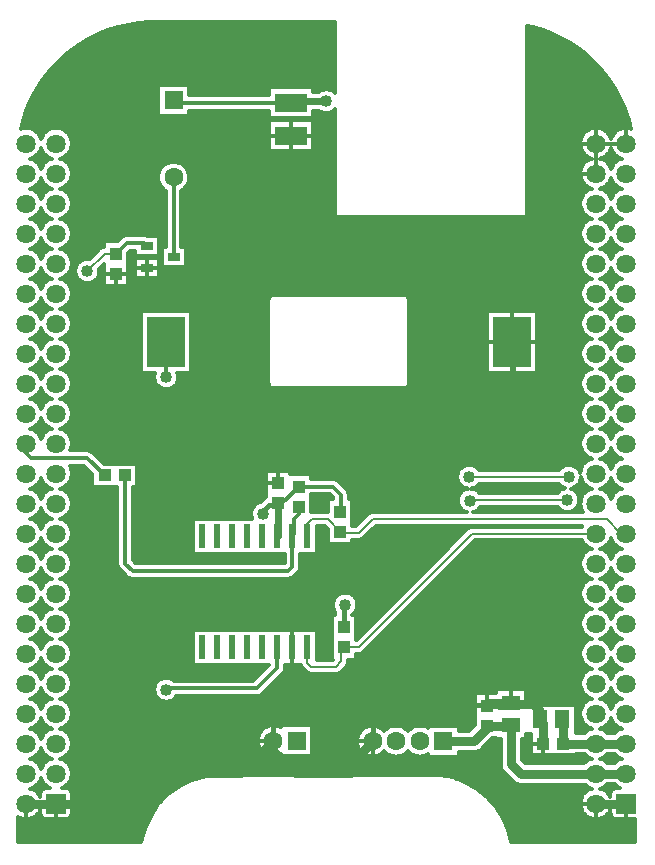
<source format=gbr>
G04 DipTrace 3.0.0.1*
G04 Top.gbr*
%MOMM*%
G04 #@! TF.FileFunction,Copper,L1,Top*
G04 #@! TF.Part,Single*
%AMOUTLINE0*5,1,4,0,0,2.30517,-135.0*%
G04 #@! TA.AperFunction,Conductor*
%ADD13C,0.8*%
%ADD14C,0.6*%
%ADD15C,0.3*%
%ADD16C,0.4*%
%ADD17C,0.152*%
G04 #@! TA.AperFunction,CopperBalancing*
%ADD18C,0.33*%
%ADD19R,1.0X1.1*%
%ADD20R,1.3X1.5*%
%ADD21R,1.5X1.3*%
%ADD22R,1.1X1.0*%
%ADD23R,2.7X1.6*%
%ADD25R,3.2X4.2*%
G04 #@! TA.AperFunction,ComponentPad*
%ADD26R,1.6X1.6*%
%ADD27C,1.6*%
%ADD29R,1.05X0.65*%
G04 #@! TA.AperFunction,ComponentPad*
%ADD32C,1.63*%
%ADD33R,0.6X2.0*%
G04 #@! TA.AperFunction,ViaPad*
%ADD34C,1.016*%
G04 #@! TA.AperFunction,ComponentPad*
%ADD68OUTLINE0*%
%FSLAX35Y35*%
G04*
G71*
G90*
G75*
G01*
G04 Top*
%LPD*%
X4241333Y2713000D2*
D13*
X4441667D1*
X4448333Y2719667D1*
X4241333Y2713000D2*
Y2691000D1*
X4131667Y2581333D1*
X3876000D1*
X3874000Y2583333D1*
X4448333Y2719667D2*
Y2388333D1*
X4530667Y2306000D1*
X5163333D1*
X5166333Y2309000D1*
X5420333D1*
X2472000Y4596667D2*
D14*
Y4321000D1*
X2468000Y4317000D1*
X2472000Y4596667D2*
D15*
X2510000D1*
X2651000Y4737667D1*
X2938333D1*
X3004667Y4671333D1*
Y4531667D1*
X3000333Y4527333D1*
X2348333Y4509333D2*
D16*
X2354333D1*
Y4537000D1*
X2400667Y4583333D1*
X2458667D1*
X2472000Y4596667D1*
X3029000Y3548667D2*
Y3725333D1*
X3041333Y3737667D1*
X5166333Y2563000D2*
D13*
X5420333D1*
X5166333D2*
X4890667D1*
X4890333Y2563333D1*
Y2756667D1*
X4879667Y2767333D1*
X2586667Y7988333D2*
D15*
X1608333D1*
X1589000Y8007667D1*
X2882333Y8000667D2*
D14*
X2599000D1*
X2586667Y7988333D1*
X1102667Y6711667D2*
D15*
X1105333D1*
X1194333Y6800667D1*
X1341333D1*
X1364000Y6778000D1*
X1102667Y6711667D2*
D17*
X1006667D1*
X860000Y6565000D1*
X4720333Y2563333D2*
D13*
Y2736667D1*
X4689667Y2767333D1*
Y2841667D1*
X4634667Y2896667D1*
X4461333D1*
X4448333Y2909667D1*
X4268000D1*
X4241333Y2883000D1*
X5420333Y2055000D2*
X5166333D1*
X340333D2*
X594333D1*
X1056000D1*
X1317333Y2316333D1*
X2161333D1*
X2433333Y2588333D1*
X2595000Y3377000D2*
D15*
Y3008333D1*
X2441667Y2855000D1*
Y2596667D1*
X2433333Y2588333D1*
X2472000Y4766667D2*
Y5111667D1*
X2719667Y5359333D1*
X4331333D1*
X4472667Y5500667D1*
Y5945667D1*
X4453000Y5965333D1*
X2586667Y7708333D2*
Y6878333D1*
X2153333Y6445000D1*
X1367333D1*
Y6584667D1*
X1364000Y6588000D1*
X5420333Y7643000D2*
X5166333D1*
Y7389000D1*
X4897667D1*
X4845667Y7337000D1*
Y6051000D1*
X4760000Y5965333D1*
X4453000D1*
X2433333Y2588333D2*
D13*
Y2497667D1*
X2616667Y2314333D1*
X3094667D1*
X3131667Y2351333D1*
Y2441000D1*
X3274000Y2583333D1*
D16*
Y2746667D1*
X3414667Y2887333D1*
X4351067D1*
D13*
X4268000Y2909667D1*
X2722000Y4317000D2*
D17*
Y4425667D1*
X2760333Y4464000D1*
X2893667D1*
X3000333Y4357333D1*
X5420333Y4341000D2*
X5379333D1*
X5256333Y4464000D1*
X3275333D1*
X3158667Y4347333D1*
X3010333D1*
X3000333Y4357333D1*
X2722000Y3377000D2*
Y3244000D1*
X2755333Y3210667D1*
X2961333D1*
X3010000Y3259333D1*
Y3359667D1*
X3029000Y3378667D1*
X3156667D1*
X4119000Y4341000D1*
X5166333D1*
X2468000Y3377000D2*
D15*
Y3205333D1*
X2293000Y3030333D1*
X1539000D1*
X1528333Y3019667D1*
Y5664333D2*
Y5960000D1*
X1523000Y5965333D1*
X1589000Y7357667D2*
Y6688000D1*
X1594000Y6683000D1*
X340333Y5103000D2*
Y5020333D1*
X381333Y4979333D1*
X859333D1*
X1005667Y4833000D1*
X2651000Y4567667D2*
Y4503333D1*
X2611667Y4464000D1*
Y4333667D1*
X2595000Y4317000D1*
Y4059667D1*
X2558667Y4023333D1*
X1241667D1*
X1178000Y4087000D1*
Y4830667D1*
X1175667Y4833000D1*
X4936333Y4822000D2*
D17*
X4093667D1*
X4923333Y4624667D2*
X4102333D1*
X4098000Y4620333D1*
D34*
X2348333Y4509333D3*
X3041333Y3737667D3*
X2882333Y8000667D3*
X860000Y6565000D3*
X1528333Y3019667D3*
Y5664333D3*
X4936333Y4822000D3*
X4093667D3*
X4923333Y4624667D3*
X4098000Y4620333D3*
X1153590Y8636500D2*
D18*
X2954770D1*
X4583980D2*
X4599293D1*
X1041313Y8603833D2*
X2954770D1*
X4583980D2*
X4712473D1*
X959200Y8571167D2*
X2954770D1*
X4583980D2*
X4795230D1*
X892233Y8538500D2*
X2954770D1*
X4583980D2*
X4862647D1*
X834160Y8505833D2*
X2954770D1*
X4583980D2*
X4921043D1*
X781760Y8473167D2*
X2954770D1*
X4583980D2*
X4973573D1*
X736257Y8440500D2*
X2954770D1*
X4583980D2*
X5020107D1*
X694620Y8407833D2*
X2954770D1*
X4583980D2*
X5061743D1*
X656013Y8375167D2*
X2954770D1*
X4583980D2*
X5101383D1*
X621723Y8342500D2*
X2954770D1*
X4583980D2*
X5135543D1*
X588787Y8309833D2*
X2954770D1*
X4583980D2*
X5169253D1*
X559720Y8277167D2*
X2954770D1*
X4583980D2*
X5198257D1*
X531683Y8244500D2*
X2954770D1*
X4583980D2*
X5227260D1*
X506417Y8211833D2*
X2954770D1*
X4583980D2*
X5252203D1*
X482633Y8179167D2*
X2954770D1*
X4583980D2*
X5277017D1*
X460333Y8146500D2*
X2954770D1*
X4583980D2*
X5298930D1*
X440223Y8113833D2*
X1454883D1*
X1723097D2*
X2397573D1*
X2775810D2*
X2954770D1*
X4583980D2*
X5319880D1*
X420307Y8081167D2*
X1454883D1*
X1723097D2*
X2397573D1*
X4583980D2*
X5339473D1*
X403613Y8048500D2*
X1454883D1*
X4583980D2*
X5357067D1*
X386983Y8015833D2*
X1454883D1*
X4583980D2*
X5374600D1*
X372030Y7983167D2*
X1454883D1*
X4583980D2*
X5389100D1*
X358497Y7950500D2*
X1454883D1*
X4583980D2*
X5403540D1*
X345027Y7917833D2*
X1454883D1*
X1723097D2*
X2397573D1*
X2775810D2*
X2820193D1*
X2944483D2*
X2954770D1*
X4583980D2*
X5416687D1*
X334327Y7885167D2*
X1454883D1*
X1723097D2*
X2397573D1*
X2775810D2*
X2954770D1*
X4583980D2*
X5428160D1*
X323757Y7852500D2*
X2954770D1*
X4583980D2*
X5439633D1*
X314023Y7819833D2*
X2397573D1*
X2775810D2*
X2954770D1*
X4583980D2*
X5448850D1*
X306290Y7787167D2*
X2397573D1*
X2775810D2*
X2954770D1*
X4583980D2*
X5457550D1*
X414893Y7754500D2*
X519797D1*
X668903D2*
X2397573D1*
X2775810D2*
X2954770D1*
X4583980D2*
X5091780D1*
X5240887D2*
X5345790D1*
X449890Y7721833D2*
X484733D1*
X703900D2*
X2397573D1*
X2775810D2*
X2954770D1*
X4583980D2*
X5056780D1*
X5275883D2*
X5310790D1*
X721627Y7689167D2*
X2397573D1*
X2775810D2*
X2954770D1*
X4583980D2*
X5039057D1*
X729230Y7656500D2*
X2397573D1*
X2775810D2*
X2954770D1*
X4583980D2*
X5031387D1*
X728587Y7623833D2*
X2397573D1*
X2775810D2*
X2954770D1*
X4583980D2*
X5032097D1*
X719370Y7591167D2*
X2397573D1*
X2775810D2*
X2954770D1*
X4583980D2*
X5041313D1*
X445443Y7558500D2*
X489180D1*
X699453D2*
X2954770D1*
X4583980D2*
X5061230D1*
X5271437D2*
X5315237D1*
X405097Y7525833D2*
X529530D1*
X659107D2*
X2954770D1*
X4583980D2*
X5101577D1*
X5231087D2*
X5355520D1*
X425207Y7493167D2*
X509420D1*
X679217D2*
X2954770D1*
X4583980D2*
X5081467D1*
X5251197D2*
X5335413D1*
X454983Y7460500D2*
X479707D1*
X708993D2*
X1504833D1*
X1673147D2*
X2954770D1*
X4583980D2*
X5051690D1*
X5280973D2*
X5305700D1*
X724140Y7427833D2*
X1475313D1*
X1702730D2*
X2954770D1*
X4583980D2*
X5036543D1*
X729810Y7395167D2*
X1460360D1*
X1717620D2*
X2954770D1*
X4583980D2*
X5030870D1*
X727297Y7362500D2*
X1454947D1*
X1723033D2*
X2954770D1*
X4583980D2*
X5033383D1*
X462007Y7329833D2*
X472710D1*
X716017D2*
X1457847D1*
X1720133D2*
X2954770D1*
X4583980D2*
X5044663D1*
X5288000D2*
X5298737D1*
X438870Y7297167D2*
X495757D1*
X692880D2*
X1469707D1*
X1708273D2*
X2954770D1*
X4583980D2*
X5067737D1*
X5264927D2*
X5321747D1*
X388467Y7264500D2*
X546223D1*
X642477D2*
X1493877D1*
X1684103D2*
X2954770D1*
X4583980D2*
X5118203D1*
X5214460D2*
X5372213D1*
X433843Y7231833D2*
X500847D1*
X687787D2*
X1519850D1*
X1658130D2*
X2954770D1*
X4583980D2*
X5072830D1*
X5259833D2*
X5326840D1*
X459367Y7199167D2*
X475303D1*
X713377D2*
X1519850D1*
X1658130D2*
X2954770D1*
X4583980D2*
X5047307D1*
X5285357D2*
X5301317D1*
X726137Y7166500D2*
X1519850D1*
X1658130D2*
X2954770D1*
X4583980D2*
X5034543D1*
X729940Y7133833D2*
X1519850D1*
X1658130D2*
X2954770D1*
X4583980D2*
X5030743D1*
X725557Y7101167D2*
X1519850D1*
X1658130D2*
X2954770D1*
X4583980D2*
X5035123D1*
X458013Y7068500D2*
X476627D1*
X712023D2*
X1519850D1*
X1658130D2*
X2954770D1*
X4583980D2*
X5048660D1*
X5284003D2*
X5302670D1*
X431263Y7035833D2*
X503427D1*
X685210D2*
X1519850D1*
X1658130D2*
X2954770D1*
X4583980D2*
X5075407D1*
X5257257D2*
X5329417D1*
X394460Y7003167D2*
X540230D1*
X648470D2*
X1519850D1*
X1658130D2*
X5112210D1*
X5220453D2*
X5366220D1*
X441060Y6970500D2*
X493563D1*
X695070D2*
X1519850D1*
X1658130D2*
X5065547D1*
X5267117D2*
X5319557D1*
X717113Y6937833D2*
X1519850D1*
X1658130D2*
X5043567D1*
X727747Y6905167D2*
X1519850D1*
X1658130D2*
X5032933D1*
X729683Y6872500D2*
X1519850D1*
X1658130D2*
X5031000D1*
X723367Y6839833D2*
X1137130D1*
X1470637D2*
X1519850D1*
X1658130D2*
X5037253D1*
X453437Y6807167D2*
X481253D1*
X707447D2*
X998553D1*
X1470637D2*
X1519850D1*
X1658130D2*
X5053237D1*
X5279427D2*
X5307247D1*
X422177Y6774500D2*
X512513D1*
X676187D2*
X998553D1*
X1470637D2*
X1519850D1*
X1658130D2*
X5084497D1*
X5248167D2*
X5338507D1*
X409350Y6741833D2*
X525277D1*
X663360D2*
X950923D1*
X1470637D2*
X1487367D1*
X1700603D2*
X5097323D1*
X5235407D2*
X5351267D1*
X447377Y6709167D2*
X487313D1*
X701323D2*
X918247D1*
X1206763D2*
X1257397D1*
X1470637D2*
X1487367D1*
X1700603D2*
X5059293D1*
X5273370D2*
X5313303D1*
X720337Y6676500D2*
X885567D1*
X1206763D2*
X1487367D1*
X1700603D2*
X5040347D1*
X728910Y6643833D2*
X792563D1*
X1206763D2*
X1257397D1*
X1470637D2*
X1487367D1*
X1700603D2*
X5031773D1*
X728973Y6611167D2*
X766200D1*
X1206763D2*
X1257397D1*
X1470637D2*
X1487367D1*
X1700603D2*
X5031643D1*
X720723Y6578500D2*
X755953D1*
X964033D2*
X998553D1*
X1206763D2*
X1257397D1*
X1470637D2*
X5039893D1*
X448150Y6545833D2*
X486540D1*
X702160D2*
X756920D1*
X963067D2*
X998553D1*
X1206763D2*
X1257397D1*
X1470637D2*
X5058520D1*
X5274143D2*
X5312530D1*
X411090Y6513167D2*
X523600D1*
X665100D2*
X769293D1*
X950690D2*
X998553D1*
X1206763D2*
X1257397D1*
X1470637D2*
X5095583D1*
X5237083D2*
X5349590D1*
X420757Y6480500D2*
X513867D1*
X674767D2*
X800233D1*
X919753D2*
X998553D1*
X1206763D2*
X5085913D1*
X5246813D2*
X5339860D1*
X452790Y6447833D2*
X481897D1*
X706737D2*
X998553D1*
X1206763D2*
X5053880D1*
X5278783D2*
X5307890D1*
X723043Y6415167D2*
X5037640D1*
X729617Y6382500D2*
X5031063D1*
X727940Y6349833D2*
X2404923D1*
X3571033D2*
X5032740D1*
X717563Y6317167D2*
X2389130D1*
X3586823D2*
X5043053D1*
X442027Y6284500D2*
X492663D1*
X695973D2*
X2389067D1*
X3586823D2*
X5064643D1*
X5268020D2*
X5318653D1*
X396780Y6251833D2*
X537843D1*
X650790D2*
X2389067D1*
X3586823D2*
X5109890D1*
X5222773D2*
X5363837D1*
X430103Y6219167D2*
X504587D1*
X684113D2*
X1308897D1*
X1737150D2*
X2389067D1*
X3586823D2*
X4238870D1*
X4667123D2*
X5076567D1*
X5256097D2*
X5330577D1*
X457433Y6186500D2*
X477240D1*
X711440D2*
X1308897D1*
X1737150D2*
X2389067D1*
X3586823D2*
X4238870D1*
X4667123D2*
X5049240D1*
X5283423D2*
X5303250D1*
X725300Y6153833D2*
X1308897D1*
X1737150D2*
X2389067D1*
X3586823D2*
X4238870D1*
X4667123D2*
X5035383D1*
X729940Y6121167D2*
X1308897D1*
X1737150D2*
X2389067D1*
X3586823D2*
X4238870D1*
X4667123D2*
X5030743D1*
X726393Y6088500D2*
X1308897D1*
X1737150D2*
X2389067D1*
X3586823D2*
X4238870D1*
X4667123D2*
X5034287D1*
X459880Y6055833D2*
X474770D1*
X713890D2*
X1308897D1*
X1737150D2*
X2389067D1*
X3586823D2*
X4238870D1*
X4667123D2*
X5046790D1*
X5285873D2*
X5300737D1*
X434873Y6023167D2*
X499817D1*
X688883D2*
X1308897D1*
X1737150D2*
X2389067D1*
X3586823D2*
X4238870D1*
X4667123D2*
X5071800D1*
X5260867D2*
X5325810D1*
X385567Y5990500D2*
X549123D1*
X639577D2*
X1308897D1*
X1737150D2*
X2389067D1*
X3586823D2*
X4238870D1*
X4667123D2*
X5121107D1*
X5211560D2*
X5375117D1*
X437903Y5957833D2*
X496723D1*
X691913D2*
X1308897D1*
X1737150D2*
X2389067D1*
X3586823D2*
X4238870D1*
X4667123D2*
X5068770D1*
X5263893D2*
X5322713D1*
X461493Y5925167D2*
X473143D1*
X715503D2*
X1308897D1*
X1737150D2*
X2389067D1*
X3586823D2*
X4238870D1*
X4667123D2*
X5045180D1*
X5287483D2*
X5299190D1*
X727040Y5892500D2*
X1308897D1*
X1737150D2*
X2389067D1*
X3586823D2*
X4238870D1*
X4667123D2*
X5033577D1*
X729877Y5859833D2*
X1308897D1*
X1737150D2*
X2389067D1*
X3586823D2*
X4238870D1*
X4667123D2*
X5030807D1*
X724460Y5827167D2*
X1308897D1*
X1737150D2*
X2389067D1*
X3586823D2*
X4238870D1*
X4667123D2*
X5036220D1*
X455627Y5794500D2*
X479000D1*
X709637D2*
X1308897D1*
X1737150D2*
X2389067D1*
X3586823D2*
X4238870D1*
X4667123D2*
X5051043D1*
X5281620D2*
X5305053D1*
X426493Y5761833D2*
X508197D1*
X680503D2*
X1308897D1*
X1737150D2*
X2389067D1*
X3586823D2*
X4238870D1*
X4667123D2*
X5080177D1*
X5252487D2*
X5334187D1*
X403163Y5729167D2*
X531463D1*
X657173D2*
X1308897D1*
X1737150D2*
X2389067D1*
X3586823D2*
X4238870D1*
X4667123D2*
X5103510D1*
X5229153D2*
X5357520D1*
X444607Y5696500D2*
X490020D1*
X698617D2*
X1428650D1*
X1628030D2*
X2389067D1*
X3586823D2*
X5062067D1*
X5270597D2*
X5316077D1*
X718917Y5663833D2*
X1423430D1*
X1633250D2*
X2389067D1*
X3586823D2*
X5041700D1*
X728393Y5631167D2*
X1428973D1*
X1627707D2*
X2389067D1*
X3586823D2*
X5032290D1*
X729360Y5598500D2*
X1447600D1*
X1609017D2*
X2392290D1*
X3583603D2*
X5031323D1*
X722013Y5565833D2*
X1500063D1*
X1556617D2*
X5038670D1*
X450663Y5533167D2*
X484027D1*
X704610D2*
X5056007D1*
X5276657D2*
X5310017D1*
X416440Y5500500D2*
X518250D1*
X670450D2*
X5090233D1*
X5242433D2*
X5344243D1*
X415923Y5467833D2*
X518767D1*
X669933D2*
X5090747D1*
X5241917D2*
X5344757D1*
X450407Y5435167D2*
X484283D1*
X704417D2*
X5056267D1*
X5276400D2*
X5310277D1*
X721883Y5402500D2*
X5038800D1*
X729360Y5369833D2*
X5031323D1*
X728457Y5337167D2*
X5032223D1*
X719110Y5304500D2*
X5041570D1*
X444927Y5271833D2*
X489760D1*
X698873D2*
X5061743D1*
X5270920D2*
X5315753D1*
X403807Y5239167D2*
X530817D1*
X657817D2*
X5102867D1*
X5229863D2*
X5356810D1*
X426043Y5206500D2*
X508583D1*
X680053D2*
X5080563D1*
X5252100D2*
X5334573D1*
X455370Y5173833D2*
X479237D1*
X709380D2*
X5051237D1*
X5281427D2*
X5305247D1*
X724333Y5141167D2*
X5036350D1*
X729810Y5108500D2*
X5030807D1*
X727103Y5075833D2*
X5033513D1*
X878697Y5043167D2*
X5044987D1*
X5287677D2*
X5298973D1*
X924523Y5010500D2*
X5068447D1*
X5264280D2*
X5322393D1*
X957200Y4977833D2*
X5120140D1*
X5212527D2*
X5374147D1*
X989880Y4945167D2*
X5072120D1*
X5260543D2*
X5326130D1*
X713697Y4912500D2*
X829753D1*
X1284817D2*
X4044157D1*
X4143183D2*
X4886817D1*
X4985843D2*
X5046920D1*
X5285743D2*
X5300930D1*
X726330Y4879833D2*
X862430D1*
X1284817D2*
X4006840D1*
X5023163D2*
X5034350D1*
X729940Y4847167D2*
X895107D1*
X1284817D2*
X2367860D1*
X2576137D2*
X3991887D1*
X725363Y4814500D2*
X896527D1*
X1284817D2*
X2367860D1*
X2755120D2*
X3989050D1*
X457627Y4781833D2*
X477033D1*
X711637D2*
X896527D1*
X1284817D2*
X2367860D1*
X2990570D2*
X3997043D1*
X5032960D2*
X5049043D1*
X5283617D2*
X5303057D1*
X430490Y4749167D2*
X504200D1*
X684500D2*
X896527D1*
X1284817D2*
X2367860D1*
X3023247D2*
X4019473D1*
X4167803D2*
X4862197D1*
X5010530D2*
X5076180D1*
X5256483D2*
X5330190D1*
X396007Y4716500D2*
X538617D1*
X650017D2*
X1108897D1*
X1247110D2*
X2367860D1*
X3055860D2*
X4061883D1*
X4134160D2*
X4876507D1*
X4970117D2*
X5110600D1*
X5222063D2*
X5364610D1*
X441707Y4683833D2*
X492983D1*
X695717D2*
X1108897D1*
X1247110D2*
X2367860D1*
X3072617D2*
X4015347D1*
X4180630D2*
X4837383D1*
X5009240D2*
X5064967D1*
X5267697D2*
X5318977D1*
X717437Y4651167D2*
X1108897D1*
X1247110D2*
X2367860D1*
X2755120D2*
X2928473D1*
X3073777D2*
X3997880D1*
X5024710D2*
X5043270D1*
X727877Y4618500D2*
X1108897D1*
X1247110D2*
X2332347D1*
X2755120D2*
X2896183D1*
X3104457D2*
X3993110D1*
X729617Y4585833D2*
X1108897D1*
X1247110D2*
X2278143D1*
X2755120D2*
X2896183D1*
X3104457D2*
X3999107D1*
X5020520D2*
X5031017D1*
X723173Y4553167D2*
X1108897D1*
X1247110D2*
X2253327D1*
X2755120D2*
X2896183D1*
X3104457D2*
X4018440D1*
X4177537D2*
X4847823D1*
X4998863D2*
X5037510D1*
X452983Y4520500D2*
X481703D1*
X706993D2*
X1108897D1*
X1247110D2*
X2244047D1*
X3104457D2*
X3257187D1*
X421273Y4487833D2*
X513417D1*
X675220D2*
X1108897D1*
X1247110D2*
X2245723D1*
X3104457D2*
X3213230D1*
X410510Y4455167D2*
X524117D1*
X664520D2*
X1108897D1*
X1247110D2*
X1748853D1*
X3104457D2*
X3180550D1*
X447893Y4422500D2*
X486797D1*
X701903D2*
X1108897D1*
X1247110D2*
X1748853D1*
X3104457D2*
X3147937D1*
X720593Y4389833D2*
X1108897D1*
X1247110D2*
X1748853D1*
X2806103D2*
X2881940D1*
X3287117D2*
X4083603D1*
X728973Y4357167D2*
X1108897D1*
X1247110D2*
X1748853D1*
X2806103D2*
X2896183D1*
X3254440D2*
X4049250D1*
X728910Y4324500D2*
X1108897D1*
X1247110D2*
X1748853D1*
X2806103D2*
X2896183D1*
X3221763D2*
X4016573D1*
X720467Y4291833D2*
X1108897D1*
X1247110D2*
X1748853D1*
X2806103D2*
X2896183D1*
X3180190D2*
X3983893D1*
X447637Y4259167D2*
X487053D1*
X701643D2*
X1108897D1*
X1247110D2*
X1748853D1*
X2806103D2*
X2896183D1*
X3104457D2*
X3951217D1*
X4123073D2*
X5059037D1*
X5273627D2*
X5313047D1*
X409930Y4226500D2*
X524697D1*
X663940D2*
X1108897D1*
X1247110D2*
X1748853D1*
X2806103D2*
X3918603D1*
X4090397D2*
X5096743D1*
X5235923D2*
X5350687D1*
X421723Y4193833D2*
X512963D1*
X675733D2*
X1108897D1*
X1247110D2*
X1748853D1*
X2806103D2*
X3885927D1*
X4057783D2*
X5084947D1*
X5247717D2*
X5338957D1*
X453243Y4161167D2*
X481447D1*
X707187D2*
X1108897D1*
X1247110D2*
X2525900D1*
X2664113D2*
X3853247D1*
X4025107D2*
X5053430D1*
X5279233D2*
X5307440D1*
X723300Y4128500D2*
X1108897D1*
X1247110D2*
X2525900D1*
X2664113D2*
X3820570D1*
X3992427D2*
X5037380D1*
X729683Y4095833D2*
X1108897D1*
X1265547D2*
X2525900D1*
X2664113D2*
X3787893D1*
X3959750D2*
X5031000D1*
X727813Y4063167D2*
X1113347D1*
X2664113D2*
X3755280D1*
X3927073D2*
X5032870D1*
X717307Y4030500D2*
X1138097D1*
X2657280D2*
X3722600D1*
X3894393D2*
X5043373D1*
X441383Y3997833D2*
X493243D1*
X695393D2*
X1170773D1*
X2629567D2*
X3689923D1*
X3861780D2*
X5065290D1*
X5267377D2*
X5319300D1*
X395233Y3965167D2*
X539390D1*
X649243D2*
X1207577D1*
X2592763D2*
X3657247D1*
X3829103D2*
X5111437D1*
X5221290D2*
X5365383D1*
X430877Y3932500D2*
X503813D1*
X684887D2*
X3624567D1*
X3796427D2*
X5075793D1*
X5256870D2*
X5329803D1*
X457820Y3899833D2*
X476830D1*
X711830D2*
X3591890D1*
X3763747D2*
X5048853D1*
X5283810D2*
X5302863D1*
X725493Y3867167D2*
X3559277D1*
X3731070D2*
X5035190D1*
X729940Y3834500D2*
X3007237D1*
X3075453D2*
X3526600D1*
X3698393D2*
X5030743D1*
X726200Y3801833D2*
X2959220D1*
X3123407D2*
X3493923D1*
X3665780D2*
X5034417D1*
X459560Y3769167D2*
X475127D1*
X713570D2*
X2941430D1*
X3141260D2*
X3461243D1*
X3633103D2*
X5047113D1*
X5285550D2*
X5301123D1*
X434163Y3736500D2*
X500527D1*
X688173D2*
X2936403D1*
X3146223D2*
X3428567D1*
X3600423D2*
X5072507D1*
X5260157D2*
X5326517D1*
X387500Y3703833D2*
X547123D1*
X641510D2*
X2942203D1*
X3140487D2*
X3395890D1*
X3567747D2*
X5119173D1*
X5213493D2*
X5373180D1*
X438547Y3671167D2*
X496077D1*
X692557D2*
X2954900D1*
X3121473D2*
X3363277D1*
X3535070D2*
X5068060D1*
X5264603D2*
X5322070D1*
X461813Y3638500D2*
X472847D1*
X715823D2*
X2924867D1*
X3133140D2*
X3330597D1*
X3502390D2*
X5044857D1*
X5287807D2*
X5298903D1*
X727233Y3605833D2*
X2924867D1*
X3133140D2*
X3297920D1*
X3469777D2*
X5033450D1*
X729810Y3573167D2*
X2924867D1*
X3133140D2*
X3265243D1*
X3437100D2*
X5030870D1*
X724203Y3540500D2*
X2924867D1*
X3133140D2*
X3232563D1*
X3404423D2*
X5036413D1*
X455177Y3507833D2*
X479450D1*
X709187D2*
X1748853D1*
X2806103D2*
X2924867D1*
X3133140D2*
X3199887D1*
X3371743D2*
X5051497D1*
X5281167D2*
X5305507D1*
X425657Y3475167D2*
X509033D1*
X679667D2*
X1748853D1*
X2806103D2*
X2924867D1*
X3133140D2*
X3167273D1*
X3339067D2*
X5081017D1*
X5251650D2*
X5335027D1*
X404450Y3442500D2*
X530173D1*
X658460D2*
X1748853D1*
X2806103D2*
X2924867D1*
X3306390D2*
X5102157D1*
X5230507D2*
X5356167D1*
X445187Y3409833D2*
X489503D1*
X699197D2*
X1748853D1*
X2806103D2*
X2924867D1*
X3273777D2*
X5061487D1*
X5271177D2*
X5315497D1*
X719240Y3377167D2*
X1748853D1*
X2806103D2*
X2924867D1*
X3241097D2*
X5041440D1*
X728523Y3344500D2*
X1748853D1*
X2806103D2*
X2924867D1*
X3208420D2*
X5032160D1*
X729297Y3311833D2*
X1748853D1*
X2806103D2*
X2924867D1*
X3133140D2*
X5031387D1*
X721753Y3279167D2*
X1748853D1*
X2806103D2*
X2924867D1*
X3133140D2*
X5038927D1*
X450150Y3246500D2*
X484540D1*
X704160D2*
X1748853D1*
X3070297D2*
X5056523D1*
X5276140D2*
X5310533D1*
X415410Y3213833D2*
X519280D1*
X669417D2*
X2380107D1*
X2537140D2*
X2668663D1*
X3050447D2*
X5091263D1*
X5241400D2*
X5345273D1*
X416957Y3181167D2*
X517733D1*
X670900D2*
X2347430D1*
X2532500D2*
X2698893D1*
X3017767D2*
X5089717D1*
X5242947D2*
X5343727D1*
X450857Y3148500D2*
X483767D1*
X704867D2*
X2314753D1*
X2507557D2*
X5055813D1*
X5276913D2*
X5309760D1*
X722140Y3115833D2*
X1492200D1*
X1564480D2*
X2282140D1*
X2474880D2*
X5038540D1*
X729423Y3083167D2*
X1445667D1*
X2442200D2*
X5031257D1*
X728330Y3050500D2*
X1428200D1*
X2409523D2*
X5032290D1*
X718790Y3017833D2*
X1423430D1*
X2376910D2*
X4319243D1*
X4577470D2*
X5041893D1*
X444347Y2985167D2*
X490340D1*
X698357D2*
X1429423D1*
X2344233D2*
X4137230D1*
X4577470D2*
X5062323D1*
X5270340D2*
X5316333D1*
X402517Y2952500D2*
X532173D1*
X656527D2*
X1448760D1*
X1607920D2*
X4137230D1*
X4577470D2*
X5104153D1*
X5228510D2*
X5358163D1*
X426880Y2919833D2*
X507743D1*
X680890D2*
X1506060D1*
X1550620D2*
X4137230D1*
X4577470D2*
X5079790D1*
X5252873D2*
X5333737D1*
X455820Y2887167D2*
X478887D1*
X709830D2*
X4137230D1*
X4998800D2*
X5050850D1*
X5281813D2*
X5304860D1*
X724527Y2854500D2*
X4137230D1*
X4998800D2*
X5036157D1*
X729877Y2821833D2*
X4137230D1*
X4998800D2*
X5030807D1*
X726973Y2789167D2*
X4137230D1*
X4998800D2*
X5033643D1*
X461300Y2756500D2*
X473383D1*
X715310D2*
X4137230D1*
X4998800D2*
X5045373D1*
X5287290D2*
X5299383D1*
X437580Y2723833D2*
X497043D1*
X691590D2*
X4137230D1*
X4998800D2*
X5069090D1*
X5263573D2*
X5323100D1*
X384537Y2691167D2*
X550090D1*
X638547D2*
X2349170D1*
X2767433D2*
X3196663D1*
X3351377D2*
X3396663D1*
X3551377D2*
X3596660D1*
X4008090D2*
X4109770D1*
X4998800D2*
X5122137D1*
X5210527D2*
X5376083D1*
X435197Y2658500D2*
X499430D1*
X689207D2*
X2319650D1*
X2767433D2*
X3163600D1*
X4999443D2*
X5071477D1*
X5261253D2*
X5325423D1*
X460073Y2625833D2*
X474603D1*
X714083D2*
X2304697D1*
X2767433D2*
X3146970D1*
X4577470D2*
X4611217D1*
X726460Y2593167D2*
X2299283D1*
X2767433D2*
X3140267D1*
X4275247D2*
X4354243D1*
X4542470D2*
X4611217D1*
X729940Y2560500D2*
X2302183D1*
X2767433D2*
X3141880D1*
X4242570D2*
X4354243D1*
X4542470D2*
X4611217D1*
X725170Y2527833D2*
X2314043D1*
X2767433D2*
X3152257D1*
X4209893D2*
X4354243D1*
X4542470D2*
X4611217D1*
X457240Y2495167D2*
X477450D1*
X711247D2*
X2338213D1*
X2767433D2*
X3174040D1*
X4163680D2*
X4354243D1*
X4542470D2*
X4611217D1*
X429717Y2462500D2*
X504973D1*
X683727D2*
X2394287D1*
X2472430D2*
X2499217D1*
X2767433D2*
X3220577D1*
X3327400D2*
X3420573D1*
X3527463D2*
X3620573D1*
X3727460D2*
X3739877D1*
X4008090D2*
X4354243D1*
X4542470D2*
X5076953D1*
X5255710D2*
X5330963D1*
X397553Y2429833D2*
X537133D1*
X651563D2*
X4354243D1*
X4542470D2*
X5109117D1*
X5223547D2*
X5363127D1*
X442287Y2397167D2*
X492340D1*
X696297D2*
X4354243D1*
X4571217D2*
X5064387D1*
X717757Y2364500D2*
X4357400D1*
X727940Y2331833D2*
X4373900D1*
X729617Y2299167D2*
X4405740D1*
X722913Y2266500D2*
X1784367D1*
X3982243D2*
X4438417D1*
X452533Y2233833D2*
X482157D1*
X706543D2*
X1699740D1*
X4067063D2*
X4472257D1*
X420307Y2201167D2*
X514317D1*
X674317D2*
X1633547D1*
X4124427D2*
X5086367D1*
X5246300D2*
X5340373D1*
X411670Y2168500D2*
X470040D1*
X718597D2*
X1588430D1*
X4174830D2*
X5095003D1*
X5237663D2*
X5296030D1*
X448410Y2135833D2*
X458753D1*
X729940D2*
X1543313D1*
X4215243D2*
X5058263D1*
X5274400D2*
X5284750D1*
X729940Y2103167D2*
X1510570D1*
X4252820D2*
X5039767D1*
X729940Y2070500D2*
X1478923D1*
X4281950D2*
X5031643D1*
X729940Y2037833D2*
X1450177D1*
X4311020D2*
X5031837D1*
X729940Y2005167D2*
X1428070D1*
X4334417D2*
X5040473D1*
X447053Y1972500D2*
X458750D1*
X729940D2*
X1406027D1*
X4355170D2*
X5059553D1*
X5273110D2*
X5284680D1*
X408770Y1939833D2*
X471457D1*
X717177D2*
X1386110D1*
X4375923D2*
X5097903D1*
X5234763D2*
X5297450D1*
X271613Y1907167D2*
X1371543D1*
X4391330D2*
X5492163D1*
X271613Y1874500D2*
X1356913D1*
X4405250D2*
X5492163D1*
X271613Y1841833D2*
X1342347D1*
X4419173D2*
X5492163D1*
X271550Y1809167D2*
X1334033D1*
X4429420D2*
X5492163D1*
X271550Y1776500D2*
X1325847D1*
X4437413D2*
X5492163D1*
X271550Y1743833D2*
X1317663D1*
X4445403D2*
X5492163D1*
X2371180Y4647660D2*
Y4872487D1*
X2572820D1*
Y4843497D1*
X2751820Y4843487D1*
Y4803460D1*
X2943497Y4803283D1*
X2953700Y4801670D1*
X2963523Y4798477D1*
X2972723Y4793787D1*
X2981080Y4787717D1*
X3043210Y4725873D1*
X3054717Y4714080D1*
X3060787Y4705723D1*
X3065477Y4696523D1*
X3068670Y4686700D1*
X3070283Y4676497D1*
X3070487Y4633113D1*
X3101153Y4633153D1*
Y4405727D1*
X3134407Y4405753D1*
X3237393Y4508423D1*
X3244810Y4513810D1*
X3252977Y4517973D1*
X3261697Y4520807D1*
X3270750Y4522240D1*
X3390833Y4522420D1*
X4070750D1*
X4059113Y4526450D1*
X4044903Y4533687D1*
X4032003Y4543060D1*
X4020727Y4554337D1*
X4011353Y4567237D1*
X4004117Y4581447D1*
X3999187Y4596610D1*
X3996693Y4612360D1*
Y4628307D1*
X3999187Y4644057D1*
X4004117Y4659220D1*
X4011353Y4673430D1*
X4020727Y4686330D1*
X4032003Y4697607D1*
X4044903Y4706980D1*
X4059113Y4714217D1*
X4074277Y4719147D1*
X4083620Y4720883D1*
X4069943Y4723187D1*
X4054780Y4728117D1*
X4040570Y4735353D1*
X4027670Y4744727D1*
X4016393Y4756003D1*
X4007020Y4768903D1*
X3999783Y4783113D1*
X3994853Y4798277D1*
X3992360Y4814027D1*
Y4829973D1*
X3994853Y4845723D1*
X3999783Y4860887D1*
X4007020Y4875097D1*
X4016393Y4887997D1*
X4027670Y4899273D1*
X4040570Y4908647D1*
X4054780Y4915883D1*
X4069943Y4920813D1*
X4085693Y4923307D1*
X4101640D1*
X4117390Y4920813D1*
X4132553Y4915883D1*
X4146763Y4908647D1*
X4159663Y4899273D1*
X4170940Y4887997D1*
X4176763Y4880410D1*
X4853247Y4880420D1*
X4859060Y4887997D1*
X4870337Y4899273D1*
X4883237Y4908647D1*
X4897447Y4915883D1*
X4912610Y4920813D1*
X4928360Y4923307D1*
X4944307D1*
X4960057Y4920813D1*
X4975220Y4915883D1*
X4989430Y4908647D1*
X5002330Y4899273D1*
X5013607Y4887997D1*
X5022980Y4875097D1*
X5030217Y4860887D1*
X5034020Y4849713D1*
X5035643Y4869700D1*
X5040490Y4889890D1*
X5048437Y4909073D1*
X5059283Y4926777D1*
X5072770Y4942563D1*
X5088557Y4956050D1*
X5106260Y4966897D1*
X5125443Y4974843D1*
X5129390Y4975957D1*
X5115697Y4980753D1*
X5097197Y4990180D1*
X5080400Y5002383D1*
X5065717Y5017067D1*
X5053513Y5033863D1*
X5044087Y5052363D1*
X5037670Y5072110D1*
X5034420Y5092617D1*
Y5113383D1*
X5037670Y5133890D1*
X5044087Y5153637D1*
X5053513Y5172137D1*
X5065717Y5188933D1*
X5080400Y5203617D1*
X5097197Y5215820D1*
X5115697Y5225247D1*
X5129390Y5229957D1*
X5115697Y5234753D1*
X5097197Y5244180D1*
X5080400Y5256383D1*
X5065717Y5271067D1*
X5053513Y5287863D1*
X5044087Y5306363D1*
X5037670Y5326110D1*
X5034420Y5346617D1*
Y5367383D1*
X5037670Y5387890D1*
X5044087Y5407637D1*
X5053513Y5426137D1*
X5065717Y5442933D1*
X5080400Y5457617D1*
X5097197Y5469820D1*
X5115697Y5479247D1*
X5129390Y5483957D1*
X5115697Y5488753D1*
X5097197Y5498180D1*
X5080400Y5510383D1*
X5065717Y5525067D1*
X5053513Y5541863D1*
X5044087Y5560363D1*
X5037670Y5580110D1*
X5034420Y5600617D1*
Y5621383D1*
X5037670Y5641890D1*
X5044087Y5661637D1*
X5053513Y5680137D1*
X5065717Y5696933D1*
X5080400Y5711617D1*
X5097197Y5723820D1*
X5115697Y5733247D1*
X5129390Y5737957D1*
X5115697Y5742753D1*
X5097197Y5752180D1*
X5080400Y5764383D1*
X5065717Y5779067D1*
X5053513Y5795863D1*
X5044087Y5814363D1*
X5037670Y5834110D1*
X5034420Y5854617D1*
Y5875383D1*
X5037670Y5895890D1*
X5044087Y5915637D1*
X5053513Y5934137D1*
X5065717Y5950933D1*
X5080400Y5965617D1*
X5097197Y5977820D1*
X5115697Y5987247D1*
X5129390Y5991957D1*
X5115697Y5996753D1*
X5097197Y6006180D1*
X5080400Y6018383D1*
X5065717Y6033067D1*
X5053513Y6049863D1*
X5044087Y6068363D1*
X5037670Y6088110D1*
X5034420Y6108617D1*
Y6129383D1*
X5037670Y6149890D1*
X5044087Y6169637D1*
X5053513Y6188137D1*
X5065717Y6204933D1*
X5080400Y6219617D1*
X5097197Y6231820D1*
X5115697Y6241247D1*
X5129390Y6245957D1*
X5115697Y6250753D1*
X5097197Y6260180D1*
X5080400Y6272383D1*
X5065717Y6287067D1*
X5053513Y6303863D1*
X5044087Y6322363D1*
X5037670Y6342110D1*
X5034420Y6362617D1*
Y6383383D1*
X5037670Y6403890D1*
X5044087Y6423637D1*
X5053513Y6442137D1*
X5065717Y6458933D1*
X5080400Y6473617D1*
X5097197Y6485820D1*
X5115697Y6495247D1*
X5129390Y6499957D1*
X5115697Y6504753D1*
X5097197Y6514180D1*
X5080400Y6526383D1*
X5065717Y6541067D1*
X5053513Y6557863D1*
X5044087Y6576363D1*
X5037670Y6596110D1*
X5034420Y6616617D1*
Y6637383D1*
X5037670Y6657890D1*
X5044087Y6677637D1*
X5053513Y6696137D1*
X5065717Y6712933D1*
X5080400Y6727617D1*
X5097197Y6739820D1*
X5115697Y6749247D1*
X5129390Y6753957D1*
X5115697Y6758753D1*
X5097197Y6768180D1*
X5080400Y6780383D1*
X5065717Y6795067D1*
X5053513Y6811863D1*
X5044087Y6830363D1*
X5037670Y6850110D1*
X5034420Y6870617D1*
Y6891383D1*
X5037670Y6911890D1*
X5044087Y6931637D1*
X5053513Y6950137D1*
X5065717Y6966933D1*
X5080400Y6981617D1*
X5097197Y6993820D1*
X5115697Y7003247D1*
X5129390Y7007957D1*
X5115697Y7012753D1*
X5097197Y7022180D1*
X5080400Y7034383D1*
X5065717Y7049067D1*
X5053513Y7065863D1*
X5044087Y7084363D1*
X5037670Y7104110D1*
X5034420Y7124617D1*
Y7145383D1*
X5037670Y7165890D1*
X5044087Y7185637D1*
X5053513Y7204137D1*
X5065717Y7220933D1*
X5080400Y7235617D1*
X5097197Y7247820D1*
X5115697Y7257247D1*
X5129390Y7261957D1*
X5114877Y7267097D1*
X5100113Y7274443D1*
X5086380Y7283567D1*
X5073887Y7294330D1*
X5062830Y7306563D1*
X5053380Y7320077D1*
X5045687Y7334660D1*
X5039863Y7350090D1*
X5036007Y7366120D1*
X5034173Y7382507D1*
X5034390Y7398993D1*
X5036660Y7415327D1*
X5040940Y7431250D1*
X5047170Y7446520D1*
X5055247Y7460893D1*
X5065053Y7474150D1*
X5076430Y7486087D1*
X5089203Y7496513D1*
X5103173Y7505273D1*
X5118127Y7512227D1*
X5129217Y7515997D1*
X5114877Y7521097D1*
X5100113Y7528443D1*
X5086380Y7537567D1*
X5073887Y7548330D1*
X5062830Y7560563D1*
X5053380Y7574077D1*
X5045687Y7588660D1*
X5039863Y7604090D1*
X5036007Y7620120D1*
X5034173Y7636507D1*
X5034390Y7652993D1*
X5036660Y7669327D1*
X5040940Y7685250D1*
X5047170Y7700520D1*
X5055247Y7714893D1*
X5065053Y7728150D1*
X5076430Y7740087D1*
X5089203Y7750513D1*
X5103173Y7759273D1*
X5118127Y7766227D1*
X5133827Y7771263D1*
X5150030Y7774313D1*
X5166490Y7775320D1*
X5182947Y7774273D1*
X5199143Y7771187D1*
X5214833Y7766110D1*
X5229767Y7759123D1*
X5243717Y7750333D1*
X5256467Y7739873D1*
X5267817Y7727910D1*
X5277590Y7714630D1*
X5285633Y7700237D1*
X5291827Y7684953D1*
X5293330Y7680117D1*
X5298450Y7694507D1*
X5305803Y7709267D1*
X5314933Y7722997D1*
X5325700Y7735483D1*
X5337937Y7746537D1*
X5351457Y7755980D1*
X5366043Y7763670D1*
X5381470Y7769483D1*
X5397503Y7773337D1*
X5413893Y7775163D1*
X5430380Y7774937D1*
X5446713Y7772663D1*
X5462633Y7768377D1*
X5466193Y7767113D1*
X5445090Y7846370D1*
X5415060Y7931840D1*
X5378493Y8014727D1*
X5335607Y8094523D1*
X5286663Y8170753D1*
X5231950Y8242960D1*
X5171803Y8310703D1*
X5106583Y8373580D1*
X5036683Y8431207D1*
X4962523Y8483237D1*
X4884550Y8529360D1*
X4803237Y8569297D1*
X4719067Y8602803D1*
X4632553Y8629683D1*
X4580720Y8641470D1*
X4580693Y7022253D1*
X2958073D1*
Y7932913D1*
X2948330Y7923393D1*
X2935430Y7914020D1*
X2921220Y7906783D1*
X2906057Y7901853D1*
X2890307Y7899360D1*
X2874360D1*
X2858610Y7901853D1*
X2843447Y7906783D1*
X2829237Y7914020D1*
X2820817Y7919863D1*
X2772440Y7919847D1*
X2772487Y7857513D1*
X2400847D1*
Y7922547D1*
X1719837Y7922513D1*
X1719820Y7876847D1*
X1458180D1*
Y8138487D1*
X1719820D1*
Y8054117D1*
X2400783Y8054153D1*
X2400847Y8119153D1*
X2772487D1*
Y8081447D1*
X2820783Y8081487D1*
X2829237Y8087313D1*
X2843447Y8094550D1*
X2858610Y8099480D1*
X2874360Y8101973D1*
X2890307D1*
X2906057Y8099480D1*
X2921220Y8094550D1*
X2935430Y8087313D1*
X2948330Y8077940D1*
X2958060Y8068333D1*
X2958073Y8669223D1*
X1389907Y8669163D1*
X1298073Y8663010D1*
X1207813Y8649707D1*
X1118850Y8629280D1*
X1031787Y8601863D1*
X947173Y8567630D1*
X865540Y8526790D1*
X787403Y8479607D1*
X713257Y8426373D1*
X643563Y8367427D1*
X578763Y8303140D1*
X519270Y8233917D1*
X465453Y8160190D1*
X417650Y8082430D1*
X376167Y8001123D1*
X341263Y7916783D1*
X313157Y7829940D1*
X298550Y7768550D1*
X309443Y7771663D1*
X329950Y7774913D1*
X350717D1*
X371223Y7771663D1*
X390970Y7765247D1*
X409470Y7755820D1*
X426267Y7743617D1*
X440950Y7728933D1*
X453153Y7712137D1*
X462580Y7693637D1*
X467290Y7679943D1*
X472087Y7693637D1*
X481513Y7712137D1*
X493717Y7728933D1*
X508400Y7743617D1*
X525197Y7755820D1*
X543697Y7765247D1*
X563443Y7771663D1*
X583950Y7774913D1*
X604717D1*
X625223Y7771663D1*
X644970Y7765247D1*
X663470Y7755820D1*
X680267Y7743617D1*
X694950Y7728933D1*
X707153Y7712137D1*
X716580Y7693637D1*
X722997Y7673890D1*
X726247Y7653383D1*
Y7632617D1*
X722997Y7612110D1*
X716580Y7592363D1*
X707153Y7573863D1*
X694950Y7557067D1*
X680267Y7542383D1*
X663470Y7530180D1*
X644970Y7520753D1*
X631277Y7516043D1*
X644970Y7511247D1*
X663470Y7501820D1*
X680267Y7489617D1*
X694950Y7474933D1*
X707153Y7458137D1*
X716580Y7439637D1*
X722997Y7419890D1*
X726247Y7399383D1*
Y7378617D1*
X722997Y7358110D1*
X716580Y7338363D1*
X707153Y7319863D1*
X694950Y7303067D1*
X680267Y7288383D1*
X663470Y7276180D1*
X644970Y7266753D1*
X631277Y7262043D1*
X644970Y7257247D1*
X663470Y7247820D1*
X680267Y7235617D1*
X694950Y7220933D1*
X707153Y7204137D1*
X716580Y7185637D1*
X722997Y7165890D1*
X726247Y7145383D1*
Y7124617D1*
X722997Y7104110D1*
X716580Y7084363D1*
X707153Y7065863D1*
X694950Y7049067D1*
X680267Y7034383D1*
X663470Y7022180D1*
X644970Y7012753D1*
X631277Y7008043D1*
X644970Y7003247D1*
X663470Y6993820D1*
X680267Y6981617D1*
X694950Y6966933D1*
X707153Y6950137D1*
X716580Y6931637D1*
X722997Y6911890D1*
X726247Y6891383D1*
Y6870617D1*
X722997Y6850110D1*
X716580Y6830363D1*
X707153Y6811863D1*
X694950Y6795067D1*
X680267Y6780383D1*
X663470Y6768180D1*
X644970Y6758753D1*
X631277Y6754043D1*
X644970Y6749247D1*
X663470Y6739820D1*
X680267Y6727617D1*
X694950Y6712933D1*
X707153Y6696137D1*
X716580Y6677637D1*
X722997Y6657890D1*
X726247Y6637383D1*
Y6616617D1*
X722997Y6596110D1*
X716580Y6576363D1*
X707153Y6557863D1*
X694950Y6541067D1*
X680267Y6526383D1*
X663470Y6514180D1*
X644970Y6504753D1*
X631277Y6500043D1*
X644970Y6495247D1*
X663470Y6485820D1*
X680267Y6473617D1*
X694950Y6458933D1*
X707153Y6442137D1*
X716580Y6423637D1*
X722997Y6403890D1*
X726247Y6383383D1*
Y6362617D1*
X722997Y6342110D1*
X716580Y6322363D1*
X707153Y6303863D1*
X694950Y6287067D1*
X680267Y6272383D1*
X663470Y6260180D1*
X644970Y6250753D1*
X631277Y6246043D1*
X644970Y6241247D1*
X663470Y6231820D1*
X680267Y6219617D1*
X694950Y6204933D1*
X707153Y6188137D1*
X716580Y6169637D1*
X722997Y6149890D1*
X726247Y6129383D1*
Y6108617D1*
X722997Y6088110D1*
X716580Y6068363D1*
X707153Y6049863D1*
X694950Y6033067D1*
X680267Y6018383D1*
X663470Y6006180D1*
X644970Y5996753D1*
X631277Y5992043D1*
X644970Y5987247D1*
X663470Y5977820D1*
X680267Y5965617D1*
X694950Y5950933D1*
X707153Y5934137D1*
X716580Y5915637D1*
X722997Y5895890D1*
X726247Y5875383D1*
Y5854617D1*
X722997Y5834110D1*
X716580Y5814363D1*
X707153Y5795863D1*
X694950Y5779067D1*
X680267Y5764383D1*
X663470Y5752180D1*
X644970Y5742753D1*
X631277Y5738043D1*
X644970Y5733247D1*
X663470Y5723820D1*
X680267Y5711617D1*
X694950Y5696933D1*
X707153Y5680137D1*
X716580Y5661637D1*
X722997Y5641890D1*
X726247Y5621383D1*
Y5600617D1*
X722997Y5580110D1*
X716580Y5560363D1*
X707153Y5541863D1*
X694950Y5525067D1*
X680267Y5510383D1*
X663470Y5498180D1*
X644970Y5488753D1*
X631277Y5484043D1*
X644970Y5479247D1*
X663470Y5469820D1*
X680267Y5457617D1*
X694950Y5442933D1*
X707153Y5426137D1*
X716580Y5407637D1*
X722997Y5387890D1*
X726247Y5367383D1*
Y5346617D1*
X722997Y5326110D1*
X716580Y5306363D1*
X707153Y5287863D1*
X694950Y5271067D1*
X680267Y5256383D1*
X663470Y5244180D1*
X644970Y5234753D1*
X631277Y5230043D1*
X644970Y5225247D1*
X663470Y5215820D1*
X680267Y5203617D1*
X694950Y5188933D1*
X707153Y5172137D1*
X716580Y5153637D1*
X722997Y5133890D1*
X726247Y5113383D1*
Y5092617D1*
X722997Y5072110D1*
X716580Y5052363D1*
X713267Y5045177D1*
X864497Y5044950D1*
X874700Y5043333D1*
X884520Y5040143D1*
X893723Y5035453D1*
X902080Y5029383D1*
X964210Y4967540D1*
X997890Y4933860D1*
X1281487Y4933820D1*
Y4732180D1*
X1243783D1*
X1243820Y4114270D1*
X1268887Y4089197D1*
X2529117Y4089153D1*
X2529180Y4166207D1*
X1752180Y4166180D1*
Y4467820D1*
X2255577D1*
X2251687Y4477930D1*
X2247963Y4493437D1*
X2246713Y4509333D1*
X2247963Y4525230D1*
X2251687Y4540737D1*
X2257790Y4555467D1*
X2266120Y4569063D1*
X2276477Y4581190D1*
X2288603Y4591547D1*
X2302200Y4599877D1*
X2316930Y4605980D1*
X2325497Y4608323D1*
X2354673Y4637187D1*
X2363663Y4643717D1*
X2368533Y4646443D1*
X4780347Y2893153D2*
X4995487D1*
Y2664150D1*
X4996153Y2664153D1*
Y2653777D1*
X5070040Y2653820D1*
X5080400Y2663617D1*
X5097197Y2675820D1*
X5115697Y2685247D1*
X5129390Y2689957D1*
X5115697Y2694753D1*
X5097197Y2704180D1*
X5080400Y2716383D1*
X5065717Y2731067D1*
X5053513Y2747863D1*
X5044087Y2766363D1*
X5037670Y2786110D1*
X5034420Y2806617D1*
Y2827383D1*
X5037670Y2847890D1*
X5044087Y2867637D1*
X5053513Y2886137D1*
X5065717Y2902933D1*
X5080400Y2917617D1*
X5097197Y2929820D1*
X5115697Y2939247D1*
X5129390Y2943957D1*
X5115697Y2948753D1*
X5097197Y2958180D1*
X5080400Y2970383D1*
X5065717Y2985067D1*
X5053513Y3001863D1*
X5044087Y3020363D1*
X5037670Y3040110D1*
X5034420Y3060617D1*
Y3081383D1*
X5037670Y3101890D1*
X5044087Y3121637D1*
X5053513Y3140137D1*
X5065717Y3156933D1*
X5080400Y3171617D1*
X5097197Y3183820D1*
X5115697Y3193247D1*
X5129390Y3197957D1*
X5115697Y3202753D1*
X5097197Y3212180D1*
X5080400Y3224383D1*
X5065717Y3239067D1*
X5053513Y3255863D1*
X5044087Y3274363D1*
X5037670Y3294110D1*
X5034420Y3314617D1*
Y3335383D1*
X5037670Y3355890D1*
X5044087Y3375637D1*
X5053513Y3394137D1*
X5065717Y3410933D1*
X5080400Y3425617D1*
X5097197Y3437820D1*
X5115697Y3447247D1*
X5129390Y3451957D1*
X5115697Y3456753D1*
X5097197Y3466180D1*
X5080400Y3478383D1*
X5065717Y3493067D1*
X5053513Y3509863D1*
X5044087Y3528363D1*
X5037670Y3548110D1*
X5034420Y3568617D1*
Y3589383D1*
X5037670Y3609890D1*
X5044087Y3629637D1*
X5053513Y3648137D1*
X5065717Y3664933D1*
X5080400Y3679617D1*
X5097197Y3691820D1*
X5115697Y3701247D1*
X5129390Y3705957D1*
X5115697Y3710753D1*
X5097197Y3720180D1*
X5080400Y3732383D1*
X5065717Y3747067D1*
X5053513Y3763863D1*
X5044087Y3782363D1*
X5037670Y3802110D1*
X5034420Y3822617D1*
Y3843383D1*
X5037670Y3863890D1*
X5044087Y3883637D1*
X5053513Y3902137D1*
X5065717Y3918933D1*
X5080400Y3933617D1*
X5097197Y3945820D1*
X5115697Y3955247D1*
X5129390Y3959957D1*
X5115697Y3964753D1*
X5097197Y3974180D1*
X5080400Y3986383D1*
X5065717Y4001067D1*
X5053513Y4017863D1*
X5044087Y4036363D1*
X5037670Y4056110D1*
X5034420Y4076617D1*
Y4097383D1*
X5037670Y4117890D1*
X5044087Y4137637D1*
X5053513Y4156137D1*
X5065717Y4172933D1*
X5080400Y4187617D1*
X5097197Y4199820D1*
X5115697Y4209247D1*
X5129390Y4213957D1*
X5115697Y4218753D1*
X5097197Y4228180D1*
X5080400Y4240383D1*
X5065717Y4255067D1*
X5053513Y4271863D1*
X5047670Y4282587D1*
X4143140Y4282580D1*
X3194607Y3334243D1*
X3187190Y3328857D1*
X3179023Y3324693D1*
X3170303Y3321860D1*
X3161250Y3320427D1*
X3129790Y3320247D1*
X3129820Y3272847D1*
X3068397D1*
X3068240Y3254750D1*
X3066807Y3245697D1*
X3063973Y3236977D1*
X3059810Y3228810D1*
X3054423Y3221393D1*
X3002643Y3169357D1*
X2995673Y3163403D1*
X2987857Y3158613D1*
X2979387Y3155107D1*
X2970473Y3152967D1*
X2961333Y3152247D1*
X2750750Y3152427D1*
X2741697Y3153860D1*
X2732977Y3156693D1*
X2724810Y3160857D1*
X2717393Y3166243D1*
X2680690Y3202690D1*
X2674737Y3209660D1*
X2669947Y3217477D1*
X2666433Y3225963D1*
X2609820Y3226180D1*
X2533830D1*
X2533617Y3200170D1*
X2532003Y3189967D1*
X2528810Y3180143D1*
X2524120Y3170943D1*
X2518050Y3162587D1*
X2456207Y3100453D1*
X2335747Y2980283D1*
X2327390Y2974213D1*
X2318190Y2969523D1*
X2308367Y2966330D1*
X2298163Y2964717D1*
X2210500Y2964513D1*
X1613730D1*
X1605607Y2953670D1*
X1594330Y2942393D1*
X1581430Y2933020D1*
X1567220Y2925783D1*
X1552057Y2920853D1*
X1536307Y2918360D1*
X1520360D1*
X1504610Y2920853D1*
X1489447Y2925783D1*
X1475237Y2933020D1*
X1462337Y2942393D1*
X1451060Y2953670D1*
X1441687Y2966570D1*
X1434450Y2980780D1*
X1429520Y2995943D1*
X1427027Y3011693D1*
Y3027640D1*
X1429520Y3043390D1*
X1434450Y3058553D1*
X1441687Y3072763D1*
X1451060Y3085663D1*
X1462337Y3096940D1*
X1475237Y3106313D1*
X1489447Y3113550D1*
X1504610Y3118480D1*
X1520360Y3120973D1*
X1536307D1*
X1552057Y3118480D1*
X1567220Y3113550D1*
X1581430Y3106313D1*
X1594330Y3096940D1*
X1595177Y3096157D1*
X2265710Y3096153D1*
X2395717Y3226133D1*
X2133180Y3226180D1*
X1752180D1*
Y3527820D1*
X2294820D1*
X2802820D1*
Y3269040D1*
X2937157Y3269087D1*
X2931820Y3272847D1*
X2928180D1*
Y3654487D1*
X2958150D1*
X2958180Y3679313D1*
X2950790Y3691533D1*
X2944687Y3706263D1*
X2940963Y3721770D1*
X2939713Y3737667D1*
X2940963Y3753563D1*
X2944687Y3769070D1*
X2950790Y3783800D1*
X2959120Y3797397D1*
X2969477Y3809523D1*
X2981603Y3819880D1*
X2995200Y3828210D1*
X3009930Y3834313D1*
X3025437Y3838037D1*
X3041333Y3839287D1*
X3057230Y3838037D1*
X3072737Y3834313D1*
X3087467Y3828210D1*
X3101063Y3819880D1*
X3113190Y3809523D1*
X3123547Y3797397D1*
X3131877Y3783800D1*
X3137980Y3769070D1*
X3141703Y3753563D1*
X3142953Y3737667D1*
X3141703Y3721770D1*
X3137980Y3706263D1*
X3131877Y3691533D1*
X3123547Y3677937D1*
X3113190Y3665810D1*
X3101063Y3655453D1*
X3099793Y3654607D1*
X3129820Y3654487D1*
X3129757Y3442847D1*
X3138693Y3443310D1*
X4081060Y4385423D1*
X4088477Y4390810D1*
X4096643Y4394973D1*
X4105363Y4397807D1*
X4114417Y4399240D1*
X4234500Y4399420D1*
X5047577D1*
X5050953Y4405570D1*
X3299473Y4405580D1*
X3196607Y4302910D1*
X3189190Y4297523D1*
X3181023Y4293360D1*
X3172303Y4290527D1*
X3163250Y4289093D1*
X3101110Y4288913D1*
X3101153Y4251513D1*
X2899513D1*
Y4375587D1*
X2869470Y4405580D1*
X2802853D1*
X2802820Y4166180D1*
X2660803D1*
X2660617Y4054503D1*
X2659000Y4044300D1*
X2655810Y4034480D1*
X2651120Y4025277D1*
X2645050Y4016920D1*
X2605210Y3976790D1*
X2597353Y3970083D1*
X2588550Y3964687D1*
X2579007Y3960733D1*
X2568963Y3958323D1*
X2558667Y3957513D1*
X1236503Y3957717D1*
X1226300Y3959330D1*
X1216477Y3962523D1*
X1207277Y3967213D1*
X1198920Y3973283D1*
X1131457Y4040457D1*
X1124750Y4048313D1*
X1119353Y4057117D1*
X1115400Y4066660D1*
X1112990Y4076703D1*
X1112180Y4087000D1*
Y4732240D1*
X899847Y4732180D1*
Y4845683D1*
X832107Y4913477D1*
X709867Y4913513D1*
X716580Y4899637D1*
X722997Y4879890D1*
X726247Y4859383D1*
Y4838617D1*
X722997Y4818110D1*
X716580Y4798363D1*
X707153Y4779863D1*
X694950Y4763067D1*
X680267Y4748383D1*
X663470Y4736180D1*
X644970Y4726753D1*
X631277Y4722043D1*
X644970Y4717247D1*
X663470Y4707820D1*
X680267Y4695617D1*
X694950Y4680933D1*
X707153Y4664137D1*
X716580Y4645637D1*
X722997Y4625890D1*
X726247Y4605383D1*
Y4584617D1*
X722997Y4564110D1*
X716580Y4544363D1*
X707153Y4525863D1*
X694950Y4509067D1*
X680267Y4494383D1*
X663470Y4482180D1*
X644970Y4472753D1*
X631277Y4468043D1*
X644970Y4463247D1*
X663470Y4453820D1*
X680267Y4441617D1*
X694950Y4426933D1*
X707153Y4410137D1*
X716580Y4391637D1*
X722997Y4371890D1*
X726247Y4351383D1*
Y4330617D1*
X722997Y4310110D1*
X716580Y4290363D1*
X707153Y4271863D1*
X694950Y4255067D1*
X680267Y4240383D1*
X663470Y4228180D1*
X644970Y4218753D1*
X631277Y4214043D1*
X644970Y4209247D1*
X663470Y4199820D1*
X680267Y4187617D1*
X694950Y4172933D1*
X707153Y4156137D1*
X716580Y4137637D1*
X722997Y4117890D1*
X726247Y4097383D1*
Y4076617D1*
X722997Y4056110D1*
X716580Y4036363D1*
X707153Y4017863D1*
X694950Y4001067D1*
X680267Y3986383D1*
X663470Y3974180D1*
X644970Y3964753D1*
X631277Y3960043D1*
X644970Y3955247D1*
X663470Y3945820D1*
X680267Y3933617D1*
X694950Y3918933D1*
X707153Y3902137D1*
X716580Y3883637D1*
X722997Y3863890D1*
X726247Y3843383D1*
Y3822617D1*
X722997Y3802110D1*
X716580Y3782363D1*
X707153Y3763863D1*
X694950Y3747067D1*
X680267Y3732383D1*
X663470Y3720180D1*
X644970Y3710753D1*
X631277Y3706043D1*
X644970Y3701247D1*
X663470Y3691820D1*
X680267Y3679617D1*
X694950Y3664933D1*
X707153Y3648137D1*
X716580Y3629637D1*
X722997Y3609890D1*
X726247Y3589383D1*
Y3568617D1*
X722997Y3548110D1*
X716580Y3528363D1*
X707153Y3509863D1*
X694950Y3493067D1*
X680267Y3478383D1*
X663470Y3466180D1*
X644970Y3456753D1*
X631277Y3452043D1*
X644970Y3447247D1*
X663470Y3437820D1*
X680267Y3425617D1*
X694950Y3410933D1*
X707153Y3394137D1*
X716580Y3375637D1*
X722997Y3355890D1*
X726247Y3335383D1*
Y3314617D1*
X722997Y3294110D1*
X716580Y3274363D1*
X707153Y3255863D1*
X694950Y3239067D1*
X680267Y3224383D1*
X663470Y3212180D1*
X644970Y3202753D1*
X631277Y3198043D1*
X644970Y3193247D1*
X663470Y3183820D1*
X680267Y3171617D1*
X694950Y3156933D1*
X707153Y3140137D1*
X716580Y3121637D1*
X722997Y3101890D1*
X726247Y3081383D1*
Y3060617D1*
X722997Y3040110D1*
X716580Y3020363D1*
X707153Y3001863D1*
X694950Y2985067D1*
X680267Y2970383D1*
X663470Y2958180D1*
X644970Y2948753D1*
X631277Y2944043D1*
X644970Y2939247D1*
X663470Y2929820D1*
X680267Y2917617D1*
X694950Y2902933D1*
X707153Y2886137D1*
X716580Y2867637D1*
X722997Y2847890D1*
X726247Y2827383D1*
Y2806617D1*
X722997Y2786110D1*
X716580Y2766363D1*
X707153Y2747863D1*
X694950Y2731067D1*
X680267Y2716383D1*
X663470Y2704180D1*
X644970Y2694753D1*
X631277Y2690043D1*
X644970Y2685247D1*
X663470Y2675820D1*
X680267Y2663617D1*
X694950Y2648933D1*
X707153Y2632137D1*
X716580Y2613637D1*
X722997Y2593890D1*
X726247Y2573383D1*
Y2552617D1*
X722997Y2532110D1*
X716580Y2512363D1*
X707153Y2493863D1*
X694950Y2477067D1*
X680267Y2462383D1*
X663470Y2450180D1*
X644970Y2440753D1*
X631277Y2436043D1*
X644970Y2431247D1*
X663470Y2421820D1*
X680267Y2409617D1*
X694950Y2394933D1*
X707153Y2378137D1*
X716580Y2359637D1*
X722997Y2339890D1*
X726247Y2319383D1*
Y2298617D1*
X722997Y2278110D1*
X716580Y2258363D1*
X707153Y2239863D1*
X694950Y2223067D1*
X680267Y2208383D1*
X663470Y2196180D1*
X646187Y2187313D1*
X682413Y2186893D1*
X692043Y2184667D1*
X701063Y2180617D1*
X709123Y2174897D1*
X715927Y2167727D1*
X721213Y2159377D1*
X724783Y2150157D1*
X726503Y2140423D1*
X726653Y2070500D1*
X726227Y1966920D1*
X724000Y1957290D1*
X719950Y1948270D1*
X714230Y1940210D1*
X707060Y1933407D1*
X698710Y1928120D1*
X689490Y1924550D1*
X679757Y1922830D1*
X609833Y1922680D1*
X506253Y1923107D1*
X496623Y1925333D1*
X487603Y1929383D1*
X479543Y1935103D1*
X472740Y1942273D1*
X467453Y1950623D1*
X463883Y1959843D1*
X462163Y1969577D1*
X462013Y2003007D1*
X454917Y1988823D1*
X445797Y1975087D1*
X435040Y1962590D1*
X422810Y1951530D1*
X409300Y1942073D1*
X394720Y1934373D1*
X379293Y1928547D1*
X363263Y1924683D1*
X346880Y1922843D1*
X330390Y1923053D1*
X314057Y1925317D1*
X298130Y1929590D1*
X282860Y1935813D1*
X268483Y1943887D1*
X268293Y1867727D1*
X268263Y1729163D1*
X1316590Y1726143D1*
X1345760Y1842080D1*
X1394520Y1950650D1*
X1461250Y2048853D1*
X1544033Y2133963D1*
X1640353Y2203387D1*
X1747273Y2255010D1*
X1861537Y2287263D1*
X1974893Y2298837D1*
X3842180Y2297853D1*
X3953727Y2275863D1*
X4058833Y2236637D1*
X4156207Y2180917D1*
X4243280Y2110173D1*
X4317757Y2026273D1*
X4377673Y1931427D1*
X4421453Y1828133D1*
X4446550Y1725710D1*
X5495473Y1727953D1*
X5495233Y1922680D1*
X5335537Y1922787D1*
X5325780Y1924383D1*
X5316520Y1927840D1*
X5308103Y1933023D1*
X5300850Y1939737D1*
X5295033Y1947727D1*
X5290873Y1956693D1*
X5288527Y1966297D1*
X5288013Y1976800D1*
Y2003007D1*
X5280917Y1988823D1*
X5271797Y1975087D1*
X5261040Y1962590D1*
X5248810Y1951530D1*
X5235300Y1942073D1*
X5220720Y1934373D1*
X5205293Y1928547D1*
X5189263Y1924683D1*
X5172880Y1922843D1*
X5156390Y1923053D1*
X5140057Y1925317D1*
X5124130Y1929590D1*
X5108860Y1935813D1*
X5094483Y1943887D1*
X5081223Y1953687D1*
X5069283Y1965057D1*
X5058850Y1977827D1*
X5050087Y1991793D1*
X5043127Y2006743D1*
X5038080Y2022443D1*
X5035027Y2038647D1*
X5034013Y2055103D1*
X5035053Y2071560D1*
X5038133Y2087760D1*
X5043203Y2103450D1*
X5050183Y2118390D1*
X5058970Y2132343D1*
X5069423Y2145097D1*
X5081383Y2156450D1*
X5094660Y2166227D1*
X5109050Y2174277D1*
X5124330Y2180477D1*
X5129217Y2181997D1*
X5115697Y2186753D1*
X5097197Y2196180D1*
X5080400Y2208383D1*
X5073037Y2215187D1*
X4523540Y2215460D1*
X4509467Y2217690D1*
X4495910Y2222093D1*
X4483213Y2228563D1*
X4471683Y2236940D1*
X4431447Y2276783D1*
X4379273Y2329350D1*
X4370897Y2340880D1*
X4364427Y2353577D1*
X4360023Y2367133D1*
X4357793Y2381207D1*
X4357513Y2437833D1*
Y2603800D1*
X4322513Y2603847D1*
Y2607133D1*
X4286013Y2607180D1*
X4190650Y2512273D1*
X4179120Y2503897D1*
X4166423Y2497427D1*
X4152867Y2493023D1*
X4138793Y2490793D1*
X4082167Y2490513D1*
X4004760D1*
X4004820Y2452513D1*
X3743180D1*
Y2472300D1*
X3733390Y2466773D1*
X3714427Y2458917D1*
X3694463Y2454123D1*
X3674000Y2452513D1*
X3653537Y2454123D1*
X3633573Y2458917D1*
X3614610Y2466773D1*
X3597107Y2477497D1*
X3581497Y2490830D1*
X3574003Y2499033D1*
X3566503Y2490830D1*
X3550893Y2477497D1*
X3533390Y2466773D1*
X3514427Y2458917D1*
X3494463Y2454123D1*
X3474000Y2452513D1*
X3453537Y2454123D1*
X3433573Y2458917D1*
X3414610Y2466773D1*
X3397107Y2477497D1*
X3381497Y2490830D1*
X3374003Y2499033D1*
X3364463Y2488833D1*
X3354483Y2480203D1*
X3343687Y2472620D1*
X3332180Y2466163D1*
X3320080Y2460897D1*
X3307513Y2456880D1*
X3294607Y2454147D1*
X3281487Y2452727D1*
X3268293Y2452637D1*
X3255157Y2453877D1*
X3242213Y2456433D1*
X3229593Y2460280D1*
X3217423Y2465380D1*
X3205830Y2471680D1*
X3194930Y2479113D1*
X3184833Y2487610D1*
X3175643Y2497077D1*
X3167457Y2507423D1*
X3160350Y2518543D1*
X3154403Y2530320D1*
X3149670Y2542637D1*
X3146203Y2555367D1*
X3144037Y2568383D1*
X3143193Y2581550D1*
X3143677Y2594737D1*
X3145490Y2607807D1*
X3148607Y2620627D1*
X3153003Y2633067D1*
X3158627Y2645003D1*
X3165427Y2656310D1*
X3173330Y2666877D1*
X3182257Y2676590D1*
X3192117Y2685357D1*
X3202810Y2693087D1*
X3214230Y2699700D1*
X3226253Y2705130D1*
X3238767Y2709320D1*
X3251637Y2712227D1*
X3264733Y2713823D1*
X3277923Y2714093D1*
X3291077Y2713033D1*
X3304053Y2710653D1*
X3316727Y2706980D1*
X3328963Y2702047D1*
X3340643Y2695907D1*
X3351643Y2688620D1*
X3361853Y2680263D1*
X3371170Y2670920D1*
X3374003Y2667660D1*
X3381497Y2675837D1*
X3397107Y2689170D1*
X3414610Y2699893D1*
X3433573Y2707750D1*
X3453537Y2712543D1*
X3474000Y2714153D1*
X3494463Y2712543D1*
X3514427Y2707750D1*
X3533390Y2699893D1*
X3550893Y2689170D1*
X3566503Y2675837D1*
X3573997Y2667633D1*
X3581497Y2675837D1*
X3597107Y2689170D1*
X3614610Y2699893D1*
X3633573Y2707750D1*
X3653537Y2712543D1*
X3674000Y2714153D1*
X3694463Y2712543D1*
X3714427Y2707750D1*
X3733390Y2699893D1*
X3743187Y2694320D1*
X3743180Y2714153D1*
X4004820D1*
Y2672193D1*
X4094043Y2672153D1*
X4140503Y2718610D1*
X4140513Y2988820D1*
X4322517D1*
X4322513Y3025487D1*
X4574153D1*
Y2893163D1*
X4780347Y2893153D1*
X4614513Y2641513D2*
X4574153D1*
Y2603847D1*
X4539157D1*
X4539153Y2425953D1*
X4568290Y2396813D1*
X5067367Y2396820D1*
X5080400Y2409617D1*
X5097197Y2421820D1*
X5115697Y2431247D1*
X5129390Y2435957D1*
X5115697Y2440753D1*
X5097197Y2450180D1*
X5080400Y2462383D1*
X5070207Y2472207D1*
X4996113Y2472180D1*
X4996153Y2462513D1*
X4614513D1*
Y2641527D1*
X2404147Y7839153D2*
X2772487D1*
Y7577513D1*
X2400847D1*
Y7839153D1*
X2404147D1*
X1328680Y6226153D2*
X1733820D1*
Y5704513D1*
X1621737D1*
X1627147Y5688057D1*
X1629640Y5672307D1*
Y5656360D1*
X1627147Y5640610D1*
X1622217Y5625447D1*
X1614980Y5611237D1*
X1605607Y5598337D1*
X1594330Y5587060D1*
X1581430Y5577687D1*
X1567220Y5570450D1*
X1552057Y5565520D1*
X1536307Y5563027D1*
X1520360D1*
X1504610Y5565520D1*
X1489447Y5570450D1*
X1475237Y5577687D1*
X1462337Y5587060D1*
X1451060Y5598337D1*
X1441687Y5611237D1*
X1434450Y5625447D1*
X1429520Y5640610D1*
X1427027Y5656360D1*
Y5672307D1*
X1429520Y5688057D1*
X1434450Y5703220D1*
X1435037Y5704497D1*
X1312180Y5704513D1*
Y6226153D1*
X1328680D1*
X4245480D2*
X4663820D1*
Y5704513D1*
X4242180D1*
Y6226153D1*
X4245480D1*
X2519013Y2719153D2*
X2764153D1*
Y2457513D1*
X2502513D1*
Y2477300D1*
X2488540Y2469733D1*
X2476310Y2464773D1*
X2463647Y2461073D1*
X2450673Y2458667D1*
X2437523Y2457580D1*
X2424333Y2457823D1*
X2411230Y2459393D1*
X2398357Y2462277D1*
X2385837Y2466440D1*
X2373800Y2471847D1*
X2362367Y2478433D1*
X2351660Y2486143D1*
X2341780Y2494890D1*
X2332833Y2504587D1*
X2324907Y2515137D1*
X2318087Y2526430D1*
X2312437Y2538353D1*
X2308017Y2550787D1*
X2304873Y2563600D1*
X2303033Y2576667D1*
X2302523Y2589850D1*
X2303340Y2603020D1*
X2305480Y2616040D1*
X2308923Y2628777D1*
X2313630Y2641103D1*
X2319553Y2652893D1*
X2326633Y2664027D1*
X2334803Y2674387D1*
X2343970Y2683877D1*
X2354050Y2692390D1*
X2364937Y2699847D1*
X2376517Y2706170D1*
X2388673Y2711293D1*
X2401287Y2715167D1*
X2414227Y2717750D1*
X2427360Y2719017D1*
X2440553Y2718953D1*
X2453677Y2717563D1*
X2466590Y2714857D1*
X2479167Y2710863D1*
X2491273Y2705623D1*
X2502520Y2699357D1*
X2502513Y2719153D1*
X2519013D1*
X1719417Y7347403D2*
X1716207Y7327127D1*
X1709863Y7307603D1*
X1700543Y7289313D1*
X1688477Y7272707D1*
X1673960Y7258190D1*
X1657353Y7246123D1*
X1654797Y7244693D1*
X1654820Y6766310D1*
X1697320Y6766320D1*
Y6599680D1*
X1490680D1*
Y6766320D1*
X1523230D1*
X1523180Y7244553D1*
X1512107Y7251830D1*
X1496497Y7265163D1*
X1483163Y7280773D1*
X1472440Y7298277D1*
X1464583Y7317240D1*
X1459790Y7337203D1*
X1458180Y7357667D1*
X1459790Y7378130D1*
X1464583Y7398093D1*
X1472440Y7417057D1*
X1483163Y7434560D1*
X1496497Y7450170D1*
X1512107Y7463503D1*
X1529610Y7474227D1*
X1548573Y7482083D1*
X1568537Y7486877D1*
X1589000Y7488487D1*
X1609463Y7486877D1*
X1629427Y7482083D1*
X1648390Y7474227D1*
X1665893Y7463503D1*
X1681503Y7450170D1*
X1694837Y7434560D1*
X1705560Y7417057D1*
X1713417Y7398093D1*
X1718210Y7378130D1*
X1719820Y7357667D1*
X1719417Y7347403D1*
X1366837Y6861320D2*
X1467320D1*
Y6694680D1*
X1260680D1*
Y6734833D1*
X1221643Y6734847D1*
X1203457Y6716707D1*
X1203487Y6435847D1*
X1001847D1*
Y6624217D1*
X960060Y6582443D1*
X961307Y6572973D1*
Y6557027D1*
X958813Y6541277D1*
X953883Y6526113D1*
X946647Y6511903D1*
X937273Y6499003D1*
X925997Y6487727D1*
X913097Y6478353D1*
X898887Y6471117D1*
X883723Y6466187D1*
X867973Y6463693D1*
X852027D1*
X836277Y6466187D1*
X821113Y6471117D1*
X806903Y6478353D1*
X794003Y6487727D1*
X782727Y6499003D1*
X773353Y6511903D1*
X766117Y6526113D1*
X761187Y6541277D1*
X758693Y6557027D1*
Y6572973D1*
X761187Y6588723D1*
X766117Y6603887D1*
X773353Y6618097D1*
X782727Y6630997D1*
X794003Y6642273D1*
X806903Y6651647D1*
X821113Y6658883D1*
X836277Y6663813D1*
X852027Y6666307D1*
X867973D1*
X877457Y6665060D1*
X968727Y6756090D1*
X976143Y6761477D1*
X984310Y6765640D1*
X993030Y6768473D1*
X1001847Y6770847D1*
Y6817487D1*
X1118057D1*
X1151587Y6850717D1*
X1159943Y6856787D1*
X1169143Y6861477D1*
X1178967Y6864670D1*
X1189170Y6866283D1*
X1276833Y6866487D1*
X1346497Y6866283D1*
X1356700Y6864670D1*
X1366540Y6861467D1*
X1263980Y6671320D2*
X1467320D1*
Y6504680D1*
X1260680D1*
Y6671320D1*
X1263980D1*
X2916013Y4633153D2*
X2938893D1*
X2934790Y4648127D1*
X2911047Y4671870D1*
X2751870Y4671847D1*
X2751820Y4521827D1*
X2760333Y4522420D1*
X2898267Y4522237D1*
X2899513Y4537013D1*
Y4633153D1*
X2916013D1*
X462013Y2106983D2*
X462440Y2143080D1*
X464667Y2152710D1*
X468717Y2161730D1*
X474437Y2169790D1*
X481607Y2176593D1*
X489957Y2181880D1*
X499177Y2185450D1*
X508910Y2187170D1*
X542340Y2187320D1*
X525197Y2196180D1*
X508400Y2208383D1*
X493717Y2223067D1*
X481513Y2239863D1*
X472087Y2258363D1*
X467377Y2272057D1*
X462580Y2258363D1*
X453153Y2239863D1*
X440950Y2223067D1*
X426267Y2208383D1*
X409470Y2196180D1*
X390970Y2186753D1*
X377277Y2182043D1*
X391887Y2176863D1*
X406643Y2169507D1*
X420370Y2160370D1*
X432853Y2149597D1*
X443900Y2137353D1*
X453340Y2123833D1*
X461023Y2109243D1*
X462017Y2106963D1*
X467377Y2345943D2*
X472087Y2359637D1*
X481513Y2378137D1*
X493717Y2394933D1*
X508400Y2409617D1*
X525197Y2421820D1*
X543697Y2431247D1*
X557390Y2435957D1*
X543697Y2440753D1*
X525197Y2450180D1*
X508400Y2462383D1*
X493717Y2477067D1*
X481513Y2493863D1*
X472087Y2512363D1*
X467377Y2526057D1*
X462580Y2512363D1*
X453153Y2493863D1*
X440950Y2477067D1*
X426267Y2462383D1*
X409470Y2450180D1*
X390970Y2440753D1*
X377277Y2436043D1*
X390970Y2431247D1*
X409470Y2421820D1*
X426267Y2409617D1*
X440950Y2394933D1*
X453153Y2378137D1*
X462580Y2359637D1*
X467290Y2345943D1*
X467377Y2599943D2*
X472087Y2613637D1*
X481513Y2632137D1*
X493717Y2648933D1*
X508400Y2663617D1*
X525197Y2675820D1*
X543697Y2685247D1*
X557390Y2689957D1*
X543697Y2694753D1*
X525197Y2704180D1*
X508400Y2716383D1*
X493717Y2731067D1*
X481513Y2747863D1*
X472087Y2766363D1*
X467377Y2780057D1*
X462580Y2766363D1*
X453153Y2747863D1*
X440950Y2731067D1*
X426267Y2716383D1*
X409470Y2704180D1*
X390970Y2694753D1*
X377277Y2690043D1*
X390970Y2685247D1*
X409470Y2675820D1*
X426267Y2663617D1*
X440950Y2648933D1*
X453153Y2632137D1*
X462580Y2613637D1*
X467290Y2599943D1*
X467377Y2853943D2*
X472087Y2867637D1*
X481513Y2886137D1*
X493717Y2902933D1*
X508400Y2917617D1*
X525197Y2929820D1*
X543697Y2939247D1*
X557390Y2943957D1*
X543697Y2948753D1*
X525197Y2958180D1*
X508400Y2970383D1*
X493717Y2985067D1*
X481513Y3001863D1*
X472087Y3020363D1*
X467377Y3034057D1*
X462580Y3020363D1*
X453153Y3001863D1*
X440950Y2985067D1*
X426267Y2970383D1*
X409470Y2958180D1*
X390970Y2948753D1*
X377277Y2944043D1*
X390970Y2939247D1*
X409470Y2929820D1*
X426267Y2917617D1*
X440950Y2902933D1*
X453153Y2886137D1*
X462580Y2867637D1*
X467290Y2853943D1*
X467377Y3107943D2*
X472087Y3121637D1*
X481513Y3140137D1*
X493717Y3156933D1*
X508400Y3171617D1*
X525197Y3183820D1*
X543697Y3193247D1*
X557390Y3197957D1*
X543697Y3202753D1*
X525197Y3212180D1*
X508400Y3224383D1*
X493717Y3239067D1*
X481513Y3255863D1*
X472087Y3274363D1*
X467377Y3288057D1*
X462580Y3274363D1*
X453153Y3255863D1*
X440950Y3239067D1*
X426267Y3224383D1*
X409470Y3212180D1*
X390970Y3202753D1*
X377277Y3198043D1*
X390970Y3193247D1*
X409470Y3183820D1*
X426267Y3171617D1*
X440950Y3156933D1*
X453153Y3140137D1*
X462580Y3121637D1*
X467290Y3107943D1*
X467377Y3361943D2*
X472087Y3375637D1*
X481513Y3394137D1*
X493717Y3410933D1*
X508400Y3425617D1*
X525197Y3437820D1*
X543697Y3447247D1*
X557390Y3451957D1*
X543697Y3456753D1*
X525197Y3466180D1*
X508400Y3478383D1*
X493717Y3493067D1*
X481513Y3509863D1*
X472087Y3528363D1*
X467377Y3542057D1*
X462580Y3528363D1*
X453153Y3509863D1*
X440950Y3493067D1*
X426267Y3478383D1*
X409470Y3466180D1*
X390970Y3456753D1*
X377277Y3452043D1*
X390970Y3447247D1*
X409470Y3437820D1*
X426267Y3425617D1*
X440950Y3410933D1*
X453153Y3394137D1*
X462580Y3375637D1*
X467290Y3361943D1*
X467377Y3615943D2*
X472087Y3629637D1*
X481513Y3648137D1*
X493717Y3664933D1*
X508400Y3679617D1*
X525197Y3691820D1*
X543697Y3701247D1*
X557390Y3705957D1*
X543697Y3710753D1*
X525197Y3720180D1*
X508400Y3732383D1*
X493717Y3747067D1*
X481513Y3763863D1*
X472087Y3782363D1*
X467377Y3796057D1*
X462580Y3782363D1*
X453153Y3763863D1*
X440950Y3747067D1*
X426267Y3732383D1*
X409470Y3720180D1*
X390970Y3710753D1*
X377277Y3706043D1*
X390970Y3701247D1*
X409470Y3691820D1*
X426267Y3679617D1*
X440950Y3664933D1*
X453153Y3648137D1*
X462580Y3629637D1*
X467290Y3615943D1*
X467377Y3869943D2*
X472087Y3883637D1*
X481513Y3902137D1*
X493717Y3918933D1*
X508400Y3933617D1*
X525197Y3945820D1*
X543697Y3955247D1*
X557390Y3959957D1*
X543697Y3964753D1*
X525197Y3974180D1*
X508400Y3986383D1*
X493717Y4001067D1*
X481513Y4017863D1*
X472087Y4036363D1*
X467377Y4050057D1*
X462580Y4036363D1*
X453153Y4017863D1*
X440950Y4001067D1*
X426267Y3986383D1*
X409470Y3974180D1*
X390970Y3964753D1*
X377277Y3960043D1*
X390970Y3955247D1*
X409470Y3945820D1*
X426267Y3933617D1*
X440950Y3918933D1*
X453153Y3902137D1*
X462580Y3883637D1*
X467290Y3869943D1*
X467377Y4123943D2*
X472087Y4137637D1*
X481513Y4156137D1*
X493717Y4172933D1*
X508400Y4187617D1*
X525197Y4199820D1*
X543697Y4209247D1*
X557390Y4213957D1*
X543697Y4218753D1*
X525197Y4228180D1*
X508400Y4240383D1*
X493717Y4255067D1*
X481513Y4271863D1*
X472087Y4290363D1*
X467377Y4304057D1*
X462580Y4290363D1*
X453153Y4271863D1*
X440950Y4255067D1*
X426267Y4240383D1*
X409470Y4228180D1*
X390970Y4218753D1*
X377277Y4214043D1*
X390970Y4209247D1*
X409470Y4199820D1*
X426267Y4187617D1*
X440950Y4172933D1*
X453153Y4156137D1*
X462580Y4137637D1*
X467290Y4123943D1*
X467377Y4377943D2*
X472087Y4391637D1*
X481513Y4410137D1*
X493717Y4426933D1*
X508400Y4441617D1*
X525197Y4453820D1*
X543697Y4463247D1*
X557390Y4467957D1*
X543697Y4472753D1*
X525197Y4482180D1*
X508400Y4494383D1*
X493717Y4509067D1*
X481513Y4525863D1*
X472087Y4544363D1*
X467377Y4558057D1*
X462580Y4544363D1*
X453153Y4525863D1*
X440950Y4509067D1*
X426267Y4494383D1*
X409470Y4482180D1*
X390970Y4472753D1*
X377277Y4468043D1*
X390970Y4463247D1*
X409470Y4453820D1*
X426267Y4441617D1*
X440950Y4426933D1*
X453153Y4410137D1*
X462580Y4391637D1*
X467290Y4377943D1*
X467377Y4631943D2*
X472087Y4645637D1*
X481513Y4664137D1*
X493717Y4680933D1*
X508400Y4695617D1*
X525197Y4707820D1*
X543697Y4717247D1*
X557390Y4721957D1*
X543697Y4726753D1*
X525197Y4736180D1*
X508400Y4748383D1*
X493717Y4763067D1*
X481513Y4779863D1*
X472087Y4798363D1*
X467377Y4812057D1*
X462580Y4798363D1*
X453153Y4779863D1*
X440950Y4763067D1*
X426267Y4748383D1*
X409470Y4736180D1*
X390970Y4726753D1*
X377277Y4722043D1*
X390970Y4717247D1*
X409470Y4707820D1*
X426267Y4695617D1*
X440950Y4680933D1*
X453153Y4664137D1*
X462580Y4645637D1*
X467290Y4631943D1*
X467377Y5139943D2*
X472087Y5153637D1*
X481513Y5172137D1*
X493717Y5188933D1*
X508400Y5203617D1*
X525197Y5215820D1*
X543697Y5225247D1*
X557390Y5229957D1*
X543697Y5234753D1*
X525197Y5244180D1*
X508400Y5256383D1*
X493717Y5271067D1*
X481513Y5287863D1*
X472087Y5306363D1*
X467377Y5320057D1*
X462580Y5306363D1*
X453153Y5287863D1*
X440950Y5271067D1*
X426267Y5256383D1*
X409470Y5244180D1*
X390970Y5234753D1*
X377277Y5230043D1*
X390970Y5225247D1*
X409470Y5215820D1*
X426267Y5203617D1*
X440950Y5188933D1*
X453153Y5172137D1*
X462580Y5153637D1*
X467290Y5139943D1*
X467377Y5393943D2*
X472087Y5407637D1*
X481513Y5426137D1*
X493717Y5442933D1*
X508400Y5457617D1*
X525197Y5469820D1*
X543697Y5479247D1*
X557390Y5483957D1*
X543697Y5488753D1*
X525197Y5498180D1*
X508400Y5510383D1*
X493717Y5525067D1*
X481513Y5541863D1*
X472087Y5560363D1*
X467377Y5574057D1*
X462580Y5560363D1*
X453153Y5541863D1*
X440950Y5525067D1*
X426267Y5510383D1*
X409470Y5498180D1*
X390970Y5488753D1*
X377277Y5484043D1*
X390970Y5479247D1*
X409470Y5469820D1*
X426267Y5457617D1*
X440950Y5442933D1*
X453153Y5426137D1*
X462580Y5407637D1*
X467290Y5393943D1*
X467377Y5647943D2*
X472087Y5661637D1*
X481513Y5680137D1*
X493717Y5696933D1*
X508400Y5711617D1*
X525197Y5723820D1*
X543697Y5733247D1*
X557390Y5737957D1*
X543697Y5742753D1*
X525197Y5752180D1*
X508400Y5764383D1*
X493717Y5779067D1*
X481513Y5795863D1*
X472087Y5814363D1*
X467377Y5828057D1*
X462580Y5814363D1*
X453153Y5795863D1*
X440950Y5779067D1*
X426267Y5764383D1*
X409470Y5752180D1*
X390970Y5742753D1*
X377277Y5738043D1*
X390970Y5733247D1*
X409470Y5723820D1*
X426267Y5711617D1*
X440950Y5696933D1*
X453153Y5680137D1*
X462580Y5661637D1*
X467290Y5647943D1*
X467377Y5901943D2*
X472087Y5915637D1*
X481513Y5934137D1*
X493717Y5950933D1*
X508400Y5965617D1*
X525197Y5977820D1*
X543697Y5987247D1*
X557390Y5991957D1*
X543697Y5996753D1*
X525197Y6006180D1*
X508400Y6018383D1*
X493717Y6033067D1*
X481513Y6049863D1*
X472087Y6068363D1*
X467377Y6082057D1*
X462580Y6068363D1*
X453153Y6049863D1*
X440950Y6033067D1*
X426267Y6018383D1*
X409470Y6006180D1*
X390970Y5996753D1*
X377277Y5992043D1*
X390970Y5987247D1*
X409470Y5977820D1*
X426267Y5965617D1*
X440950Y5950933D1*
X453153Y5934137D1*
X462580Y5915637D1*
X467290Y5901943D1*
X467377Y6155943D2*
X472087Y6169637D1*
X481513Y6188137D1*
X493717Y6204933D1*
X508400Y6219617D1*
X525197Y6231820D1*
X543697Y6241247D1*
X557390Y6245957D1*
X543697Y6250753D1*
X525197Y6260180D1*
X508400Y6272383D1*
X493717Y6287067D1*
X481513Y6303863D1*
X472087Y6322363D1*
X467377Y6336057D1*
X462580Y6322363D1*
X453153Y6303863D1*
X440950Y6287067D1*
X426267Y6272383D1*
X409470Y6260180D1*
X390970Y6250753D1*
X377277Y6246043D1*
X390970Y6241247D1*
X409470Y6231820D1*
X426267Y6219617D1*
X440950Y6204933D1*
X453153Y6188137D1*
X462580Y6169637D1*
X467290Y6155943D1*
X467377Y6409943D2*
X472087Y6423637D1*
X481513Y6442137D1*
X493717Y6458933D1*
X508400Y6473617D1*
X525197Y6485820D1*
X543697Y6495247D1*
X557390Y6499957D1*
X543697Y6504753D1*
X525197Y6514180D1*
X508400Y6526383D1*
X493717Y6541067D1*
X481513Y6557863D1*
X472087Y6576363D1*
X467377Y6590057D1*
X462580Y6576363D1*
X453153Y6557863D1*
X440950Y6541067D1*
X426267Y6526383D1*
X409470Y6514180D1*
X390970Y6504753D1*
X377277Y6500043D1*
X390970Y6495247D1*
X409470Y6485820D1*
X426267Y6473617D1*
X440950Y6458933D1*
X453153Y6442137D1*
X462580Y6423637D1*
X467290Y6409943D1*
X467377Y6663943D2*
X472087Y6677637D1*
X481513Y6696137D1*
X493717Y6712933D1*
X508400Y6727617D1*
X525197Y6739820D1*
X543697Y6749247D1*
X557390Y6753957D1*
X543697Y6758753D1*
X525197Y6768180D1*
X508400Y6780383D1*
X493717Y6795067D1*
X481513Y6811863D1*
X472087Y6830363D1*
X467377Y6844057D1*
X462580Y6830363D1*
X453153Y6811863D1*
X440950Y6795067D1*
X426267Y6780383D1*
X409470Y6768180D1*
X390970Y6758753D1*
X377277Y6754043D1*
X390970Y6749247D1*
X409470Y6739820D1*
X426267Y6727617D1*
X440950Y6712933D1*
X453153Y6696137D1*
X462580Y6677637D1*
X467290Y6663943D1*
X467377Y6917943D2*
X472087Y6931637D1*
X481513Y6950137D1*
X493717Y6966933D1*
X508400Y6981617D1*
X525197Y6993820D1*
X543697Y7003247D1*
X557390Y7007957D1*
X543697Y7012753D1*
X525197Y7022180D1*
X508400Y7034383D1*
X493717Y7049067D1*
X481513Y7065863D1*
X472087Y7084363D1*
X467377Y7098057D1*
X462580Y7084363D1*
X453153Y7065863D1*
X440950Y7049067D1*
X426267Y7034383D1*
X409470Y7022180D1*
X390970Y7012753D1*
X377277Y7008043D1*
X390970Y7003247D1*
X409470Y6993820D1*
X426267Y6981617D1*
X440950Y6966933D1*
X453153Y6950137D1*
X462580Y6931637D1*
X467290Y6917943D1*
X467377Y7171943D2*
X472087Y7185637D1*
X481513Y7204137D1*
X493717Y7220933D1*
X508400Y7235617D1*
X525197Y7247820D1*
X543697Y7257247D1*
X557390Y7261957D1*
X543697Y7266753D1*
X525197Y7276180D1*
X508400Y7288383D1*
X493717Y7303067D1*
X481513Y7319863D1*
X472087Y7338363D1*
X467377Y7352057D1*
X462580Y7338363D1*
X453153Y7319863D1*
X440950Y7303067D1*
X426267Y7288383D1*
X409470Y7276180D1*
X390970Y7266753D1*
X377277Y7262043D1*
X390970Y7257247D1*
X409470Y7247820D1*
X426267Y7235617D1*
X440950Y7220933D1*
X453153Y7204137D1*
X462580Y7185637D1*
X467290Y7171943D1*
X467377Y7425943D2*
X472087Y7439637D1*
X481513Y7458137D1*
X493717Y7474933D1*
X508400Y7489617D1*
X525197Y7501820D1*
X543697Y7511247D1*
X557390Y7515957D1*
X543697Y7520753D1*
X525197Y7530180D1*
X508400Y7542383D1*
X493717Y7557067D1*
X481513Y7573863D1*
X472087Y7592363D1*
X467377Y7606057D1*
X462580Y7592363D1*
X453153Y7573863D1*
X440950Y7557067D1*
X426267Y7542383D1*
X409470Y7530180D1*
X390970Y7520753D1*
X377277Y7516043D1*
X390970Y7511247D1*
X409470Y7501820D1*
X426267Y7489617D1*
X440950Y7474933D1*
X453153Y7458137D1*
X462580Y7439637D1*
X467290Y7425943D1*
X5288013Y2106983D2*
X5288440Y2143080D1*
X5290667Y2152710D1*
X5294717Y2161730D1*
X5300437Y2169790D1*
X5307607Y2176593D1*
X5315957Y2181880D1*
X5325173Y2185450D1*
X5334910Y2187170D1*
X5368340Y2187320D1*
X5351197Y2196180D1*
X5334400Y2208383D1*
X5324207Y2218207D1*
X5262617Y2218180D1*
X5252267Y2208383D1*
X5235470Y2196180D1*
X5216970Y2186753D1*
X5203277Y2182043D1*
X5217887Y2176863D1*
X5232643Y2169507D1*
X5246370Y2160370D1*
X5258853Y2149597D1*
X5269900Y2137353D1*
X5279340Y2123833D1*
X5287023Y2109243D1*
X5288017Y2106963D1*
X5324207Y2399793D2*
X5334400Y2409617D1*
X5351197Y2421820D1*
X5369697Y2431247D1*
X5383390Y2435957D1*
X5369697Y2440753D1*
X5351197Y2450180D1*
X5334400Y2462383D1*
X5324207Y2472207D1*
X5262617Y2472180D1*
X5252267Y2462383D1*
X5235470Y2450180D1*
X5216970Y2440753D1*
X5203277Y2436043D1*
X5216970Y2431247D1*
X5235470Y2421820D1*
X5252267Y2409617D1*
X5262460Y2399793D1*
X5324050Y2399820D1*
X5324207Y2653793D2*
X5334400Y2663617D1*
X5351197Y2675820D1*
X5369697Y2685247D1*
X5383390Y2689957D1*
X5369697Y2694753D1*
X5351197Y2704180D1*
X5334400Y2716383D1*
X5319717Y2731067D1*
X5307513Y2747863D1*
X5298087Y2766363D1*
X5293377Y2780057D1*
X5288580Y2766363D1*
X5279153Y2747863D1*
X5266950Y2731067D1*
X5252267Y2716383D1*
X5235470Y2704180D1*
X5216970Y2694753D1*
X5203277Y2690043D1*
X5216970Y2685247D1*
X5235470Y2675820D1*
X5252267Y2663617D1*
X5262460Y2653793D1*
X5324050Y2653820D1*
X5293377Y2853943D2*
X5298087Y2867637D1*
X5307513Y2886137D1*
X5319717Y2902933D1*
X5334400Y2917617D1*
X5351197Y2929820D1*
X5369697Y2939247D1*
X5383390Y2943957D1*
X5369697Y2948753D1*
X5351197Y2958180D1*
X5334400Y2970383D1*
X5319717Y2985067D1*
X5307513Y3001863D1*
X5298087Y3020363D1*
X5293377Y3034057D1*
X5288580Y3020363D1*
X5279153Y3001863D1*
X5266950Y2985067D1*
X5252267Y2970383D1*
X5235470Y2958180D1*
X5216970Y2948753D1*
X5203277Y2944043D1*
X5216970Y2939247D1*
X5235470Y2929820D1*
X5252267Y2917617D1*
X5266950Y2902933D1*
X5279153Y2886137D1*
X5288580Y2867637D1*
X5293290Y2853943D1*
X5293377Y3107943D2*
X5298087Y3121637D1*
X5307513Y3140137D1*
X5319717Y3156933D1*
X5334400Y3171617D1*
X5351197Y3183820D1*
X5369697Y3193247D1*
X5383390Y3197957D1*
X5369697Y3202753D1*
X5351197Y3212180D1*
X5334400Y3224383D1*
X5319717Y3239067D1*
X5307513Y3255863D1*
X5298087Y3274363D1*
X5293377Y3288057D1*
X5288580Y3274363D1*
X5279153Y3255863D1*
X5266950Y3239067D1*
X5252267Y3224383D1*
X5235470Y3212180D1*
X5216970Y3202753D1*
X5203277Y3198043D1*
X5216970Y3193247D1*
X5235470Y3183820D1*
X5252267Y3171617D1*
X5266950Y3156933D1*
X5279153Y3140137D1*
X5288580Y3121637D1*
X5293290Y3107943D1*
X5293377Y3361943D2*
X5298087Y3375637D1*
X5307513Y3394137D1*
X5319717Y3410933D1*
X5334400Y3425617D1*
X5351197Y3437820D1*
X5369697Y3447247D1*
X5383390Y3451957D1*
X5369697Y3456753D1*
X5351197Y3466180D1*
X5334400Y3478383D1*
X5319717Y3493067D1*
X5307513Y3509863D1*
X5298087Y3528363D1*
X5293377Y3542057D1*
X5288580Y3528363D1*
X5279153Y3509863D1*
X5266950Y3493067D1*
X5252267Y3478383D1*
X5235470Y3466180D1*
X5216970Y3456753D1*
X5203277Y3452043D1*
X5216970Y3447247D1*
X5235470Y3437820D1*
X5252267Y3425617D1*
X5266950Y3410933D1*
X5279153Y3394137D1*
X5288580Y3375637D1*
X5293290Y3361943D1*
X5293377Y3615943D2*
X5298087Y3629637D1*
X5307513Y3648137D1*
X5319717Y3664933D1*
X5334400Y3679617D1*
X5351197Y3691820D1*
X5369697Y3701247D1*
X5383390Y3705957D1*
X5369697Y3710753D1*
X5351197Y3720180D1*
X5334400Y3732383D1*
X5319717Y3747067D1*
X5307513Y3763863D1*
X5298087Y3782363D1*
X5293377Y3796057D1*
X5288580Y3782363D1*
X5279153Y3763863D1*
X5266950Y3747067D1*
X5252267Y3732383D1*
X5235470Y3720180D1*
X5216970Y3710753D1*
X5203277Y3706043D1*
X5216970Y3701247D1*
X5235470Y3691820D1*
X5252267Y3679617D1*
X5266950Y3664933D1*
X5279153Y3648137D1*
X5288580Y3629637D1*
X5293290Y3615943D1*
X5293377Y3869943D2*
X5298087Y3883637D1*
X5307513Y3902137D1*
X5319717Y3918933D1*
X5334400Y3933617D1*
X5351197Y3945820D1*
X5369697Y3955247D1*
X5383390Y3959957D1*
X5369697Y3964753D1*
X5351197Y3974180D1*
X5334400Y3986383D1*
X5319717Y4001067D1*
X5307513Y4017863D1*
X5298087Y4036363D1*
X5293377Y4050057D1*
X5288580Y4036363D1*
X5279153Y4017863D1*
X5266950Y4001067D1*
X5252267Y3986383D1*
X5235470Y3974180D1*
X5216970Y3964753D1*
X5203277Y3960043D1*
X5216970Y3955247D1*
X5235470Y3945820D1*
X5252267Y3933617D1*
X5266950Y3918933D1*
X5279153Y3902137D1*
X5288580Y3883637D1*
X5293290Y3869943D1*
X5293377Y4123943D2*
X5298087Y4137637D1*
X5307513Y4156137D1*
X5319717Y4172933D1*
X5334400Y4187617D1*
X5351197Y4199820D1*
X5369697Y4209247D1*
X5383390Y4213957D1*
X5369697Y4218753D1*
X5351197Y4228180D1*
X5334400Y4240383D1*
X5319717Y4255067D1*
X5307513Y4271863D1*
X5298087Y4290363D1*
X5293377Y4304057D1*
X5288580Y4290363D1*
X5279153Y4271863D1*
X5266950Y4255067D1*
X5252267Y4240383D1*
X5235470Y4228180D1*
X5216970Y4218753D1*
X5203277Y4214043D1*
X5216970Y4209247D1*
X5235470Y4199820D1*
X5252267Y4187617D1*
X5266950Y4172933D1*
X5279153Y4156137D1*
X5288580Y4137637D1*
X5293290Y4123943D1*
X5293377Y4631943D2*
X5298087Y4645637D1*
X5307513Y4664137D1*
X5319717Y4680933D1*
X5334400Y4695617D1*
X5351197Y4707820D1*
X5369697Y4717247D1*
X5383390Y4721957D1*
X5369697Y4726753D1*
X5351197Y4736180D1*
X5334400Y4748383D1*
X5319717Y4763067D1*
X5307513Y4779863D1*
X5298087Y4798363D1*
X5293377Y4812057D1*
X5288580Y4798363D1*
X5279153Y4779863D1*
X5266950Y4763067D1*
X5252267Y4748383D1*
X5235470Y4736180D1*
X5216970Y4726753D1*
X5203277Y4722043D1*
X5216970Y4717247D1*
X5235470Y4707820D1*
X5252267Y4695617D1*
X5266950Y4680933D1*
X5279153Y4664137D1*
X5288580Y4645637D1*
X5293290Y4631943D1*
X5055833Y4522387D2*
X5048437Y4534927D1*
X5040490Y4554110D1*
X5035643Y4574300D1*
X5034013Y4595000D1*
X5035643Y4615700D1*
X5040490Y4635890D1*
X5048437Y4655073D1*
X5059283Y4672777D1*
X5072770Y4688563D1*
X5088557Y4702050D1*
X5106260Y4712897D1*
X5125443Y4720843D1*
X5129390Y4721957D1*
X5115697Y4726753D1*
X5097197Y4736180D1*
X5080400Y4748383D1*
X5065717Y4763067D1*
X5053513Y4779863D1*
X5044087Y4798363D1*
X5037857Y4817447D1*
X5036703Y4806103D1*
X5032980Y4790597D1*
X5026877Y4775867D1*
X5018547Y4762270D1*
X5008190Y4750143D1*
X4996063Y4739787D1*
X4982467Y4731457D1*
X4967737Y4725353D1*
X4953177Y4721820D1*
X4962220Y4718550D1*
X4976430Y4711313D1*
X4989330Y4701940D1*
X5000607Y4690663D1*
X5009980Y4677763D1*
X5017217Y4663553D1*
X5022147Y4648390D1*
X5024640Y4632640D1*
Y4616693D1*
X5022147Y4600943D1*
X5017217Y4585780D1*
X5009980Y4571570D1*
X5000607Y4558670D1*
X4989330Y4547393D1*
X4976430Y4538020D1*
X4962220Y4530783D1*
X4947057Y4525853D1*
X4931307Y4523360D1*
X4915360D1*
X4899610Y4525853D1*
X4884447Y4530783D1*
X4870237Y4538020D1*
X4857337Y4547393D1*
X4846060Y4558670D1*
X4840237Y4566257D1*
X4183990Y4566247D1*
X4175273Y4554337D1*
X4163997Y4543060D1*
X4151097Y4533687D1*
X4136887Y4526450D1*
X4124933Y4522427D1*
X5055723Y4522420D1*
X5293377Y4885943D2*
X5298087Y4899637D1*
X5307513Y4918137D1*
X5319717Y4934933D1*
X5334400Y4949617D1*
X5351197Y4961820D1*
X5369697Y4971247D1*
X5383390Y4975957D1*
X5369697Y4980753D1*
X5351197Y4990180D1*
X5334400Y5002383D1*
X5319717Y5017067D1*
X5307513Y5033863D1*
X5298087Y5052363D1*
X5293377Y5066057D1*
X5288580Y5052363D1*
X5279153Y5033863D1*
X5266950Y5017067D1*
X5252267Y5002383D1*
X5235470Y4990180D1*
X5216970Y4980753D1*
X5203277Y4976043D1*
X5216970Y4971247D1*
X5235470Y4961820D1*
X5252267Y4949617D1*
X5266950Y4934933D1*
X5279153Y4918137D1*
X5288580Y4899637D1*
X5293290Y4885943D1*
X5293377Y5139943D2*
X5298087Y5153637D1*
X5307513Y5172137D1*
X5319717Y5188933D1*
X5334400Y5203617D1*
X5351197Y5215820D1*
X5369697Y5225247D1*
X5383390Y5229957D1*
X5369697Y5234753D1*
X5351197Y5244180D1*
X5334400Y5256383D1*
X5319717Y5271067D1*
X5307513Y5287863D1*
X5298087Y5306363D1*
X5293377Y5320057D1*
X5288580Y5306363D1*
X5279153Y5287863D1*
X5266950Y5271067D1*
X5252267Y5256383D1*
X5235470Y5244180D1*
X5216970Y5234753D1*
X5203277Y5230043D1*
X5216970Y5225247D1*
X5235470Y5215820D1*
X5252267Y5203617D1*
X5266950Y5188933D1*
X5279153Y5172137D1*
X5288580Y5153637D1*
X5293290Y5139943D1*
X5293377Y5393943D2*
X5298087Y5407637D1*
X5307513Y5426137D1*
X5319717Y5442933D1*
X5334400Y5457617D1*
X5351197Y5469820D1*
X5369697Y5479247D1*
X5383390Y5483957D1*
X5369697Y5488753D1*
X5351197Y5498180D1*
X5334400Y5510383D1*
X5319717Y5525067D1*
X5307513Y5541863D1*
X5298087Y5560363D1*
X5293377Y5574057D1*
X5288580Y5560363D1*
X5279153Y5541863D1*
X5266950Y5525067D1*
X5252267Y5510383D1*
X5235470Y5498180D1*
X5216970Y5488753D1*
X5203277Y5484043D1*
X5216970Y5479247D1*
X5235470Y5469820D1*
X5252267Y5457617D1*
X5266950Y5442933D1*
X5279153Y5426137D1*
X5288580Y5407637D1*
X5293290Y5393943D1*
X5293377Y5647943D2*
X5298087Y5661637D1*
X5307513Y5680137D1*
X5319717Y5696933D1*
X5334400Y5711617D1*
X5351197Y5723820D1*
X5369697Y5733247D1*
X5383390Y5737957D1*
X5369697Y5742753D1*
X5351197Y5752180D1*
X5334400Y5764383D1*
X5319717Y5779067D1*
X5307513Y5795863D1*
X5298087Y5814363D1*
X5293377Y5828057D1*
X5288580Y5814363D1*
X5279153Y5795863D1*
X5266950Y5779067D1*
X5252267Y5764383D1*
X5235470Y5752180D1*
X5216970Y5742753D1*
X5203277Y5738043D1*
X5216970Y5733247D1*
X5235470Y5723820D1*
X5252267Y5711617D1*
X5266950Y5696933D1*
X5279153Y5680137D1*
X5288580Y5661637D1*
X5293290Y5647943D1*
X5293377Y5901943D2*
X5298087Y5915637D1*
X5307513Y5934137D1*
X5319717Y5950933D1*
X5334400Y5965617D1*
X5351197Y5977820D1*
X5369697Y5987247D1*
X5383390Y5991957D1*
X5369697Y5996753D1*
X5351197Y6006180D1*
X5334400Y6018383D1*
X5319717Y6033067D1*
X5307513Y6049863D1*
X5298087Y6068363D1*
X5293377Y6082057D1*
X5288580Y6068363D1*
X5279153Y6049863D1*
X5266950Y6033067D1*
X5252267Y6018383D1*
X5235470Y6006180D1*
X5216970Y5996753D1*
X5203277Y5992043D1*
X5216970Y5987247D1*
X5235470Y5977820D1*
X5252267Y5965617D1*
X5266950Y5950933D1*
X5279153Y5934137D1*
X5288580Y5915637D1*
X5293290Y5901943D1*
X5293377Y6155943D2*
X5298087Y6169637D1*
X5307513Y6188137D1*
X5319717Y6204933D1*
X5334400Y6219617D1*
X5351197Y6231820D1*
X5369697Y6241247D1*
X5383390Y6245957D1*
X5369697Y6250753D1*
X5351197Y6260180D1*
X5334400Y6272383D1*
X5319717Y6287067D1*
X5307513Y6303863D1*
X5298087Y6322363D1*
X5293377Y6336057D1*
X5288580Y6322363D1*
X5279153Y6303863D1*
X5266950Y6287067D1*
X5252267Y6272383D1*
X5235470Y6260180D1*
X5216970Y6250753D1*
X5203277Y6246043D1*
X5216970Y6241247D1*
X5235470Y6231820D1*
X5252267Y6219617D1*
X5266950Y6204933D1*
X5279153Y6188137D1*
X5288580Y6169637D1*
X5293290Y6155943D1*
X5293377Y6409943D2*
X5298087Y6423637D1*
X5307513Y6442137D1*
X5319717Y6458933D1*
X5334400Y6473617D1*
X5351197Y6485820D1*
X5369697Y6495247D1*
X5383390Y6499957D1*
X5369697Y6504753D1*
X5351197Y6514180D1*
X5334400Y6526383D1*
X5319717Y6541067D1*
X5307513Y6557863D1*
X5298087Y6576363D1*
X5293377Y6590057D1*
X5288580Y6576363D1*
X5279153Y6557863D1*
X5266950Y6541067D1*
X5252267Y6526383D1*
X5235470Y6514180D1*
X5216970Y6504753D1*
X5203277Y6500043D1*
X5216970Y6495247D1*
X5235470Y6485820D1*
X5252267Y6473617D1*
X5266950Y6458933D1*
X5279153Y6442137D1*
X5288580Y6423637D1*
X5293290Y6409943D1*
X5293377Y6663943D2*
X5298087Y6677637D1*
X5307513Y6696137D1*
X5319717Y6712933D1*
X5334400Y6727617D1*
X5351197Y6739820D1*
X5369697Y6749247D1*
X5383390Y6753957D1*
X5369697Y6758753D1*
X5351197Y6768180D1*
X5334400Y6780383D1*
X5319717Y6795067D1*
X5307513Y6811863D1*
X5298087Y6830363D1*
X5293377Y6844057D1*
X5288580Y6830363D1*
X5279153Y6811863D1*
X5266950Y6795067D1*
X5252267Y6780383D1*
X5235470Y6768180D1*
X5216970Y6758753D1*
X5203277Y6754043D1*
X5216970Y6749247D1*
X5235470Y6739820D1*
X5252267Y6727617D1*
X5266950Y6712933D1*
X5279153Y6696137D1*
X5288580Y6677637D1*
X5293290Y6663943D1*
X5293377Y6917943D2*
X5298087Y6931637D1*
X5307513Y6950137D1*
X5319717Y6966933D1*
X5334400Y6981617D1*
X5351197Y6993820D1*
X5369697Y7003247D1*
X5383390Y7007957D1*
X5369697Y7012753D1*
X5351197Y7022180D1*
X5334400Y7034383D1*
X5319717Y7049067D1*
X5307513Y7065863D1*
X5298087Y7084363D1*
X5293377Y7098057D1*
X5288580Y7084363D1*
X5279153Y7065863D1*
X5266950Y7049067D1*
X5252267Y7034383D1*
X5235470Y7022180D1*
X5216970Y7012753D1*
X5203277Y7008043D1*
X5216970Y7003247D1*
X5235470Y6993820D1*
X5252267Y6981617D1*
X5266950Y6966933D1*
X5279153Y6950137D1*
X5288580Y6931637D1*
X5293290Y6917943D1*
X5293377Y7171943D2*
X5298087Y7185637D1*
X5307513Y7204137D1*
X5319717Y7220933D1*
X5334400Y7235617D1*
X5351197Y7247820D1*
X5369697Y7257247D1*
X5383390Y7261957D1*
X5369697Y7266753D1*
X5351197Y7276180D1*
X5334400Y7288383D1*
X5319717Y7303067D1*
X5307513Y7319863D1*
X5298087Y7338363D1*
X5293377Y7352057D1*
X5288257Y7337590D1*
X5280917Y7322823D1*
X5271797Y7309087D1*
X5261040Y7296590D1*
X5248810Y7285530D1*
X5235300Y7276073D1*
X5220720Y7268373D1*
X5205293Y7262547D1*
X5203453Y7262003D1*
X5216970Y7257247D1*
X5235470Y7247820D1*
X5252267Y7235617D1*
X5266950Y7220933D1*
X5279153Y7204137D1*
X5288580Y7185637D1*
X5293290Y7171943D1*
X5293377Y7425943D2*
X5298087Y7439637D1*
X5307513Y7458137D1*
X5319717Y7474933D1*
X5334400Y7489617D1*
X5351197Y7501820D1*
X5369697Y7511247D1*
X5383390Y7515957D1*
X5368877Y7521097D1*
X5354113Y7528443D1*
X5340380Y7537567D1*
X5327887Y7548330D1*
X5316830Y7560563D1*
X5307380Y7574077D1*
X5299687Y7588660D1*
X5293863Y7604090D1*
X5293337Y7605880D1*
X5288257Y7591590D1*
X5280917Y7576823D1*
X5271797Y7563087D1*
X5261040Y7550590D1*
X5248810Y7539530D1*
X5235300Y7530073D1*
X5220720Y7522373D1*
X5205293Y7516547D1*
X5203453Y7516003D1*
X5217887Y7510863D1*
X5232643Y7503507D1*
X5246370Y7494370D1*
X5258853Y7483597D1*
X5269900Y7471353D1*
X5279340Y7457833D1*
X5287023Y7443243D1*
X5292833Y7427813D1*
X5293330Y7426117D1*
X2437950Y6360833D2*
X3541610Y6360693D1*
X3548663Y6359577D1*
X3555453Y6357370D1*
X3561817Y6354130D1*
X3567590Y6349933D1*
X3572640Y6344883D1*
X3576837Y6339107D1*
X3580077Y6332747D1*
X3582283Y6325957D1*
X3583400Y6318903D1*
X3583543Y6100833D1*
X3583400Y5611763D1*
X3582283Y5604710D1*
X3580080Y5597920D1*
X3576837Y5591560D1*
X3572640Y5585783D1*
X3567590Y5580733D1*
X3561817Y5576537D1*
X3555453Y5573297D1*
X3548663Y5571090D1*
X3541610Y5569973D1*
X3323540Y5569833D1*
X2434317Y5569973D1*
X2427263Y5571090D1*
X2420473Y5573297D1*
X2414113Y5576537D1*
X2408337Y5580733D1*
X2403287Y5585783D1*
X2399090Y5591560D1*
X2395850Y5597920D1*
X2393643Y5604710D1*
X2392527Y5611763D1*
X2392387Y5829833D1*
X2392527Y6318903D1*
X2393643Y6325957D1*
X2395850Y6332747D1*
X2399090Y6339107D1*
X2403287Y6344883D1*
X2408337Y6349933D1*
X2414113Y6354130D1*
X2420473Y6357370D1*
X2427263Y6359577D1*
X2434317Y6360693D1*
X2437900Y6360833D1*
X4853123Y4763580D2*
X4176753D1*
X4170940Y4756003D1*
X4159663Y4744727D1*
X4146763Y4735353D1*
X4132553Y4728117D1*
X4117390Y4723187D1*
X4108047Y4721450D1*
X4121723Y4719147D1*
X4136887Y4714217D1*
X4151097Y4706980D1*
X4163997Y4697607D1*
X4175273Y4686330D1*
X4177840Y4683073D1*
X4840127Y4683087D1*
X4851477Y4696523D1*
X4863603Y4706880D1*
X4877200Y4715210D1*
X4891930Y4721313D1*
X4906490Y4724847D1*
X4897447Y4728117D1*
X4883237Y4735353D1*
X4870337Y4744727D1*
X4859060Y4756003D1*
X4853237Y4763590D1*
X2472000Y4872423D2*
Y4766667D1*
X2371243D2*
X2472000D1*
X4689667Y2893090D2*
Y2767333D1*
X4448333Y3025423D2*
Y2909667D1*
X4574090D1*
X4241333Y2988757D2*
Y2883000D1*
X4140577D2*
X4241333D1*
X4720333Y2563333D2*
Y2462577D1*
X4614577Y2563333D2*
X4720333D1*
X2586667Y7839090D2*
Y7577577D1*
X2400910Y7708333D2*
X2772423D1*
X4453000Y6226087D2*
Y5704577D1*
X4242247Y5965333D2*
X4663757D1*
X2433333Y2719090D2*
Y2457577D1*
X2302577Y2588333D2*
X2433333D1*
X3274000Y2714090D2*
Y2452577D1*
X3143243Y2583333D2*
X3274000D1*
X1364000Y6671253D2*
Y6504743D1*
X1260747Y6588000D2*
X1467257D1*
X1102667Y6541667D2*
Y6435910D1*
X1001910Y6541667D2*
X1203423D1*
X594333Y2055000D2*
Y1922713D1*
Y2055000D2*
X726620D1*
X340333D2*
Y1922743D1*
X5420333Y2055000D2*
Y1922713D1*
X5166333Y2055000D2*
Y1922743D1*
X5034077Y2055000D2*
X5166333D1*
X5034077Y7389000D2*
X5166333D1*
X5420333Y7775257D2*
Y7643000D1*
X5166333Y7775257D2*
Y7643000D1*
X5034077D2*
X5166333D1*
X2595000Y3527753D2*
Y3226243D1*
D19*
X2472000Y4596667D3*
Y4766667D3*
D20*
X4879667Y2767333D3*
X4689667D3*
D21*
X4448333Y2719667D3*
Y2909667D3*
D19*
X4241333Y2713000D3*
Y2883000D3*
D22*
X4890333Y2563333D3*
X4720333D3*
D23*
X2586667Y7988333D3*
Y7708333D3*
D25*
X1523000Y5965333D3*
X4453000D3*
D26*
X2633333Y2588333D3*
D27*
X2433333D3*
D26*
X3874000Y2583333D3*
D27*
X3674000D3*
X3474000D3*
X3274000D3*
D26*
X1589000Y8007667D3*
D27*
Y7357667D3*
D29*
X1364000Y6778000D3*
Y6588000D3*
X1594000Y6683000D3*
D19*
X3029000Y3378667D3*
Y3548667D3*
X3000333Y4357333D3*
Y4527333D3*
X2651000Y4567667D3*
Y4737667D3*
D22*
X1005667Y4833000D3*
X1175667D3*
D19*
X1102667Y6541667D3*
Y6711667D3*
D68*
X594333Y2055000D3*
D32*
X340333D3*
X594333Y2309000D3*
X340333D3*
X594333Y2563000D3*
X340333D3*
X594333Y2817000D3*
X340333D3*
X594333Y3071000D3*
X340333D3*
X594333Y3325000D3*
X340333D3*
X594333Y3579000D3*
X340333D3*
X594333Y3833000D3*
X340333D3*
X594333Y4087000D3*
X340333D3*
X594333Y4341000D3*
X340333D3*
X594333Y4595000D3*
X340333D3*
X594333Y4849000D3*
X340333D3*
X594333Y5103000D3*
X340333D3*
X594333Y5357000D3*
X340333D3*
X594333Y5611000D3*
X340333D3*
X594333Y5865000D3*
X340333D3*
X594333Y6119000D3*
X340333D3*
X594333Y6373000D3*
X340333D3*
X594333Y6627000D3*
X340333D3*
X594333Y6881000D3*
X340333D3*
X594333Y7135000D3*
X340333D3*
X594333Y7389000D3*
X340333D3*
X594333Y7643000D3*
X340333D3*
D68*
X5420333Y2055000D3*
D32*
X5166333D3*
X5420333Y2309000D3*
X5166333D3*
X5420333Y2563000D3*
X5166333D3*
X5420333Y2817000D3*
X5166333D3*
X5420333Y3071000D3*
X5166333D3*
X5420333Y3325000D3*
X5166333D3*
X5420333Y3579000D3*
X5166333D3*
X5420333Y3833000D3*
X5166333D3*
X5420333Y4087000D3*
X5166333D3*
X5420333Y4341000D3*
X5166333D3*
X5420333Y4595000D3*
X5166333D3*
X5420333Y4849000D3*
X5166333D3*
X5420333Y5103000D3*
X5166333D3*
X5420333Y5357000D3*
X5166333D3*
X5420333Y5611000D3*
X5166333D3*
X5420333Y5865000D3*
X5166333D3*
X5420333Y6119000D3*
X5166333D3*
X5420333Y6373000D3*
X5166333D3*
X5420333Y6627000D3*
X5166333D3*
X5420333Y6881000D3*
X5166333D3*
X5420333Y7135000D3*
X5166333D3*
X5420333Y7389000D3*
X5166333D3*
X5420333Y7643000D3*
X5166333D3*
D33*
X2722000Y4317000D3*
X2595000D3*
X2468000D3*
X2341000D3*
X2214000D3*
X2087000D3*
X1960000D3*
X1833000D3*
Y3377000D3*
X1960000D3*
X2087000D3*
X2214000D3*
X2341000D3*
X2468000D3*
X2595000D3*
X2722000D3*
M02*

</source>
